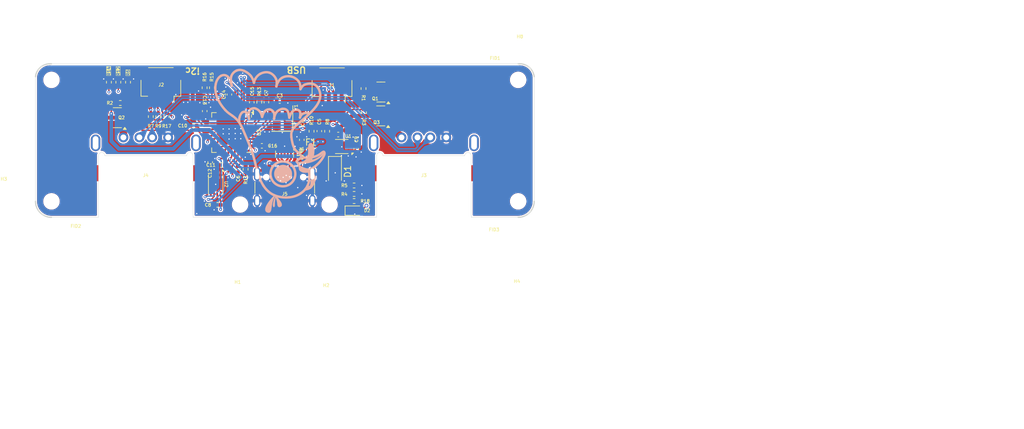
<source format=kicad_pcb>
(kicad_pcb (version 20241229) (generator "pcbnew") (generator_version "9.0")
  (layers (0 "F.Cu" signal) (4 "In1.Cu" signal) (6 "In2.Cu" signal) (2 "B.Cu" signal) (13 "F.Paste" user) (15 "B.Paste" user) (5 "F.SilkS" user "F.Silkscreen") (7 "B.SilkS" user "B.Silkscreen") (1 "F.Mask" user) (3 "B.Mask" user) (25 "Edge.Cuts" user))
  (net 0 "")
  (net 1 "USB1_PWR")
  (net 2 "GND")
  (net 3 "+3V3")
  (net 4 "VBUS")
  (net 5 "SCL{slash}CFG0")
  (net 6 "CFG1")
  (net 7 "SDA")
  (net 8 "USB_DN1_D-")
  (net 9 "USB_DN1_D+")
  (net 10 "USB_DN2_D+")
  (net 11 "USB_DN2_D-")
  (net 12 "USB_DN3_D+")
  (net 13 "USB_DN3_D-")
  (net 14 "USB2_PWR")
  (net 15 "USB3_PWR")
  (net 16 "Net-(U3-XTALIN{slash}CLKIN)")
  (net 17 "Net-(U3-XTALOUT)")
  (net 18 "Net-(U3-VBUS_DET)")
  (net 19 "Net-(U3-RESET_N)")
  (net 20 "Net-(U3-PLLFILT)")
  (net 21 "Net-(U3-CRFILT)")
  (net 22 "Net-(J1-Pin_1)")
  (net 23 "Net-(J4-VBUS)")
  (net 24 "Net-(J3-VBUS)")
  (net 25 "Net-(U3-SUSP_IND{slash}LOCAL_PWR{slash}NON_REM0)")
  (net 26 "Net-(U3-RBIAS)")
  (net 27 "Net-(R15-Pad1)")
  (net 28 "Net-(R16-Pad2)")
  (net 29 "Net-(J5-CC1)")
  (net 30 "USB_UP_D+")
  (net 35 "USB_UP_D-")
  (net 37 "Net-(J5-CC2)")
  (net 41 "Net-(C1-Pad1)")
  (net 42 "Net-(D2-K)")
  (footprint "Capacitor_SMD:C_0402_1005Metric" (layer "F.Cu") (at 124.7396 107.6708 180)
    (property "Reference" "C10")
    (property "Value" "1uF")
  )
  (footprint "MountingHole:MountingHole_2.2mm_M2_ISO14580" (layer "F.Cu") (at 146 120)
    (property "Reference" "H2")
    (property "Value" "MountingHole")
  )
  (footprint "MountingHole:MountingHole_2.2mm_M2_ISO14580" (layer "F.Cu") (at 102.5 100.5)
    (property "Reference" "H7" (hide yes))
    (property "Value" "MountingHole")
  )
  (footprint "Package_SON:USON-10_2.5x1.0mm_P0.5mm" (layer "F.Cu") (at 138.9636 112.1118 -90)
    (property "Reference" "U4")
    (property "Value" "TPD4E05U06DQA")
  )
  (footprint "GCT:GCT_USB1015" (layer "F.Cu") (at 160.75 110.35)
    (property "Reference" "J3")
    (property "Value" "USB_A")
    (fp_line (start -7.4 11.65) (end -7.4 2) (stroke (width 0.05)) (layer "Edge.Cuts"))
    (fp_line (start -6.4 2) (end 6.4 2) (stroke (width 0.05)) (layer "Edge.Cuts"))
    (fp_line (start 7.4 11.65) (end 7.4 2) (stroke (width 0.05)) (layer "Edge.Cuts"))
    (fp_arc (start -7.4 2) (mid -6.9 1.5) (end -6.4 2) (stroke (width 0.05)) (layer "Edge.Cuts"))
    (fp_arc (start 6.4 2) (mid 6.9 1.5) (end 7.4 2) (stroke (width 0.05)) (layer "Edge.Cuts"))
  )
  (footprint "Capacitor_SMD:C_0402_1005Metric" (layer "F.Cu") (at 126.4668 105.3848 90)
    (property "Reference" "C13")
    (property "Value" "1uF")
  )
  (footprint "Connector_JST:JST_SH_SM04B-SRSS-TB_1x04-1MP_P1.00mm_Horizontal" (layer "F.Cu") (at 119.6088 101.27 180)
    (property "Reference" "J2")
    (property "Value" "I2C")
  )
  (footprint "Capacitor_SMD:C_0402_1005Metric" (layer "F.Cu") (at 131.6484 114.478 -90)
    (property "Reference" "C6")
    (property "Value" "1uF")
  )
  (footprint "Resistor_SMD:R_0402_1005Metric" (layer "F.Cu") (at 120.5232 106.2444 90)
    (property "Reference" "R17")
    (property "Value" "100k")
  )
  (footprint "GCT:GCT_USB1015" (layer "F.Cu") (at 117.25 110.35)
    (property "Reference" "J4")
    (property "Value" "USB_A")
    (fp_line (start -7.4 11.65) (end -7.4 2) (stroke (width 0.05)) (layer "Edge.Cuts"))
    (fp_line (start -6.4 2) (end 6.4 2) (stroke (width 0.05)) (layer "Edge.Cuts"))
    (fp_line (start 7.4 11.65) (end 7.4 2) (stroke (width 0.05)) (layer "Edge.Cuts"))
    (fp_arc (start -7.4 2) (mid -6.9 1.5) (end -6.4 2) (stroke (width 0.05)) (layer "Edge.Cuts"))
    (fp_arc (start 6.4 2) (mid 6.9 1.5) (end 7.4 2) (stroke (width 0.05)) (layer "Edge.Cuts"))
  )
  (footprint "Capacitor_SMD:C_0402_1005Metric" (layer "F.Cu") (at 144.3992 108.5116 -90)
    (property "Reference" "C5")
    (property "Value" "1uF")
  )
  (footprint "Capacitor_SMD:C_0402_1005Metric" (layer "F.Cu") (at 133.8328 104.0132 90)
    (property "Reference" "C15")
    (property "Value" "1uF")
  )
  (footprint "Resistor_SMD:R_0402_1005Metric" (layer "F.Cu") (at 149.8348 117.018)
    (property "Reference" "R5")
    (property "Value" "5.1k")
  )
  (footprint "Package_TO_SOT_SMD:SOT-23" (layer "F.Cu") (at 154.0004 106.1273 180)
    (property "Reference" "Q3")
    (property "Value" "PMOS")
  )
  (footprint "Fiducial:Fiducial_0.5mm_Mask1mm" (layer "F.Cu") (at 106.2484 120.7264)
    (property "Reference" "FID2")
    (property "Value" "Fiducial")
  )
  (footprint "Resistor_SMD:R_0402_1005Metric" (layer "F.Cu") (at 145.6184 108.5324 -90)
    (property "Reference" "R8")
    (property "Value" "100k" (hide yes))
  )
  (footprint "Resistor_SMD:R_0402_1005Metric" (layer "F.Cu") (at 151.3839 105.6345 -90)
    (property "Reference" "R3")
    (property "Value" "100k")
  )
  (footprint "Capacitor_SMD:C_0402_1005Metric" (layer "F.Cu") (at 128.4584 120.057 180)
    (property "Reference" "C8")
    (property "Value" "1uF")
  )
  (footprint "Resistor_SMD:R_0402_1005Metric" (layer "F.Cu") (at 149.8348 118.3388)
    (property "Reference" "R4")
    (property "Value" "5.1k")
  )
  (footprint "Resistor_SMD:R_0402_1005Metric" (layer "F.Cu") (at 118.034 106.2424 90)
    (property "Reference" "R7")
    (property "Value" "100k")
  )
  (footprint "Resistor_SMD:R_0402_1005Metric" (layer "F.Cu") (at 143.18 108.5324 -90)
    (property "Reference" "R10")
    (property "Value" "10k")
  )
  (footprint "Resistor_SMD:R_0402_1005Metric" (layer "F.Cu") (at 114.478 100.8636 90)
    (property "Reference" "R6")
    (property "Value" "R")
  )
  (footprint "Fuse:Fuse_1206_3216Metric" (layer "F.Cu") (at 143.0784 112.0904)
    (property "Reference" "F1")
    (property "Value" "ASMD1206-150")
  )
  (footprint "Package_DFN_QFN:DFN-8-1EP_3x2mm_P0.5mm_EP1.7x1.4mm" (layer "F.Cu") (at 128.182 116.838 -90)
    (property "Reference" "U2")
    (property "Value" "24LC04")
  )
  (footprint "Resistor_SMD:R_0402_1005Metric" (layer "F.Cu") (at 151.308 101.8581 90)
    (property "Reference" "R1")
    (property "Value" "100k")
  )
  (footprint "Package_DFN_QFN:DFN-6-1EP_2x2mm_P0.65mm_EP1x1.6mm" (layer "F.Cu") (at 147.9044 110.922 180)
    (property "Reference" "U1")
    (property "Value" "LDL212PV33R" (hide yes))
  )
  (footprint "Resistor_SMD:R_0402_1005Metric" (layer "F.Cu") (at 149.8348 119.4564)
    (property "Reference" "R18")
    (property "Value" "1k")
  )
  (footprint "Resistor_SMD:R_0402_1005Metric" (layer "F.Cu") (at 111.4808 100.8636 90)
    (property "Reference" "R14")
    (property "Value" "100k")
  )
  (footprint "Package_DFN_QFN:QFN-36-1EP_6x6mm_P0.5mm_EP3.7x3.7mm" (layer "F.Cu") (at 130.6724 108.7376 -90)
    (property "Reference" "U3")
    (property "Value" "USB2513B_Bi")
  )
  (footprint "Resistor_SMD:R_0402_1005Metric" (layer "F.Cu") (at 112.954 100.8636 90)
    (property "Reference" "R12")
    (property "Value" "1k")
  )
  (footprint "Resistor_SMD:R_0402_1005Metric" (layer "F.Cu") (at 132.8676 114.478 90)
    (property "Reference" "R11")
    (property "Value" "10k")
  )
  (footprint "Capacitor_SMD:C_0402_1005Metric" (layer "F.Cu") (at 130.3276 102.794 90)
    (property "Reference" "C14")
    (property "Value" "1uF")
  )
  (footprint "Fiducial:Fiducial_0.5mm_Mask1mm" (layer "F.Cu") (at 171.7296 120.4724)
    (property "Reference" "FID3")
    (property "Value" "Fiducial")
  )
  (footprint "Resistor_SMD:R_0402_1005Metric" (layer "F.Cu") (at 126.4541 101.7292 -90)
    (property "Reference" "R16")
    (property "Value" "100k")
  )
  (footprint "Capacitor_SMD:C_0402_1005Metric" (layer "F.Cu") (at 135.4076 110.8204)
    (property "Reference" "C16")
    (property "Value" "1uF")
  )
  (footprint "MountingHole:MountingHole_2.2mm_M2_ISO14580" (layer "F.Cu") (at 102.5 119.5)
    (property "Reference" "H3")
    (property "Value" "MountingHole")
  )
  (footprint "Connector_USB:USB_C_Receptacle_GCT_USB4105-xx-A_16P_TopMnt_Horizontal" (layer "F.Cu") (at 138.989 118.325)
    (property "Reference" "J5")
    (property "Value" "USB_C_Receptacle_USB2.0_16P")
  )
  (footprint "Package_TO_SOT_SMD:SOT-23" (layer "F.Cu") (at 154.0281 102.4017 180)
    (property "Reference" "Q1")
    (property "Value" "PMOS")
  )
  (footprint "Connector_JST:JST_SH_SM04B-SRSS-TB_1x04-1MP_P1.00mm_Horizontal" (layer "F.Cu") (at 146.3804 101.302 180)
    (property "Reference" "J1")
    (property "Value" "USB_Internal")
  )
  (footprint "Capacitor_SMD:C_0402_1005Metric" (layer "F.Cu") (at 141.656 109.878 90)
    (property "Reference" "C1")
    (property "Value" "1uF")
  )
  (footprint "Package_TO_SOT_SMD:SOT-23" (layer "F.Cu") (at 112.8016 106.4149 180)
    (property "Reference" "Q2")
    (property "Value" "PMOS")
  )
  (footprint "Capacitor_SMD:C_0402_1005Metric" (layer "F.Cu") (at 129.1312 113.8176 180)
    (property "Reference" "C11")
    (property "Value" "1uF")
  )
  (footprint "Resistor_SMD:R_0402_1005Metric" (layer "F.Cu") (at 119.2024 106.2464 90)
    (property "Reference" "R9")
    (property "Value" "100k")
  )
  (footprint "Capacitor_SMD:C_0402_1005Metric" (layer "F.Cu") (at 150.1736 111.303 -90)
    (property "Reference" "C9")
    (property "Value" "10uF" (hide yes))
  )
  (footprint "Crystal:Crystal_SMD_Abracon_ABM8G-4Pin_3.2x2.5mm" (layer "F.Cu") (at 138.5944 106.5512 90)
    (property "Reference" "Y1")
    (property "Value" "Crystal_GND24")
  )
  (footprint "Resistor_SMD:R_0402_1005Metric" (layer "F.Cu") (at 127.5971 101.7292 90)
    (property "Reference" "R15")
    (property "Value" "100k")
  )
  (footprint "MountingHole:MountingHole_2.2mm_M2_ISO14580" (layer "F.Cu") (at 132 120)
    (property "Reference" "H1")
    (property "Value" "MountingHole")
  )
  (footprint "Resistor_SMD:R_0402_1005Metric" (layer "F.Cu") (at 113.2608 104.1148)
    (property "Reference" "R2")
    (property "Value" "100k")
  )
  (footprint "MountingHole:MountingHole_2.2mm_M2_ISO14580" (layer "F.Cu") (at 175.5 100.5)
    (property "Reference" "H8")
    (property "Value" "MountingHole")
  )
  (footprint "Capacitor_SMD:C_0402_1005Metric" (layer "F.Cu") (at 127.3304 113.3884 -90)
    (property "Reference" "C12")
    (property "Value" "1uF")
  )
  (footprint "Diode_SMD:D_SMF" (layer "F.Cu") (at 146.8376 114.8336 -90)
    (property "Reference" "D1")
    (property "Value" "SMF6V0A")
  )
  (footprint "Capacitor_SMD:C_0402_1005Metric" (layer "F.Cu") (at 140.8804 107.2624 -90)
    (property "Reference" "C4")
    (property "Value" "18p")
  )
  (footprint "Resistor_SMD:R_0402_1005Metric" (layer "F.Cu") (at 135.0012 104.0112 -90)
    (property "Reference" "R13")
    (property "Value" "12k")
  )
  (footprint "LED_SMD:LED_0603_1608Metric" (layer "F.Cu") (at 149.911 120.955)
    (property "Reference" "D2")
    (property "Value" "LED")
  )
  (footprint "Capacitor_SMD:C_0402_1005Metric" (layer "F.Cu") (at 147.3516 109.0528)
    (property "Reference" "C2" (hide yes))
    (property "Value" "10uF")
  )
  (footprint "MountingHole:MountingHole_2.2mm_M2_ISO14580" (layer "F.Cu") (at 175.5 119.5)
    (property "Reference" "H4")
    (property "Value" "MountingHole")
  )
  (footprint "Fiducial:Fiducial_0.5mm_Mask1mm" (layer "F.Cu") (at 171.882 99.2888)
    (property "Reference" "FID1")
    (property "Value" "Fiducial")
  )
  (footprint "Capacitor_SMD:C_0402_1005Metric" (layer "F.Cu") (at 138.2016 103.808 180)
    (property "Reference" "C3")
    (property "Value" "18p")
  )
  (footprint "Capacitor_SMD:C_0402_1005Metric" (layer "F.Cu") (at 136.1188 104.0132 90)
    (property "Reference" "C7")
    (property "Value" "1uF")
  )
  (gr_poly (pts (xy 167.222457 101.955837) (xy 167.222471 101.955855) (xy 167.222477 101.955865) (xy 167.222483 101.955875) (xy 167.222489 101.955885) (xy 167.222495 101.955895) (xy 167.2225 101.955905) (xy 167.222504 101.955915) (xy 167.222508 101.955925) (xy 167.22251 101.955935) (xy 167.222511 101.95594) (xy 167.222512 101.955945) (xy 167.222512 101.95595) (xy 167.222512 101.955954) (xy 167.222465 101.955903) (xy 167.222433 101.955855) (xy 167.222433 101.955804)) (stroke (width -0.000001)) (fill yes) (layer "F.SilkS"))
  (gr_poly (pts (xy 243.262221 155.159723) (xy 243.262338 155.159728) (xy 243.262401 155.15973) (xy 243.262456 155.159731) (xy 243.262478 155.159731) (xy 243.262494 155.15973) (xy 243.262505 155.159728) (xy 243.262508 155.159727) (xy 243.262509 155.159725) (xy 243.262851 155.159725) (xy 243.262787 155.159783) (xy 243.262724 155.159834) (xy 243.262661 155.159877) (xy 243.262598 155.159914) (xy 243.262535 155.159945) (xy 243.262473 155.159971) (xy 243.26241 155.159991) (xy 243.262347 155.160008) (xy 243.262284 155.16002) (xy 243.26222 155.160029) (xy 243.262156 155.160036) (xy 243.262091 155.160039) (xy 243.261959 155.160043) (xy 243.261822 155.160043) (xy 243.262167 155.159725) (xy 243.262168 155.159724) (xy 243.262171 155.159724) (xy 243.262182 155.159723)) (stroke (width -0.000001)) (fill yes) (layer "F.SilkS"))
  (gr_poly (pts (xy 181.57936 88.005075) (xy 181.579359 88.005075) (xy 181.579359 88.005074) (xy 181.579358 88.005074) (xy 181.579358 88.005073) (xy 181.579358 88.005071) (xy 181.579358 88.00507) (xy 181.579358 88.005068)) (stroke (width -0.000001)) (fill yes) (layer "F.SilkS"))
  (gr_poly (pts (xy 165.620999 101.173977) (xy 165.621001 101.173977) (xy 165.621008 101.173977) (xy 165.621017 101.173977) (xy 165.621026 101.173977) (xy 165.621034 101.173978) (xy 165.621008 101.17399) (xy 165.620969 101.17399)) (stroke (width -0.000001)) (fill yes) (layer "F.SilkS"))
  (gr_poly (pts (xy 207.7468 106.8199) (xy 207.746747 106.8199) (xy 207.746693 106.8199) (xy 207.74664 106.8199) (xy 207.746588 106.8199) (xy 207.746586 106.819901) (xy 207.746584 106.819903) (xy 207.746579 106.819912) (xy 207.746574 106.819925) (xy 207.746567 106.819943) (xy 207.746535 106.820036) (xy 207.746533 106.82004) (xy 207.746301 106.819171) (xy 207.746572 106.819004)) (stroke (width -0.000001)) (fill yes) (layer "F.SilkS"))
  (gr_poly (pts (xy 175.894453 94.199464) (xy 175.894512 94.199467) (xy 175.894543 94.199468) (xy 175.89457 94.199469) (xy 175.894581 94.199469) (xy 175.89459 94.199468) (xy 175.894595 94.199467) (xy 175.894597 94.199466) (xy 175.894768 94.199466) (xy 175.894736 94.199495) (xy 175.894704 94.19952) (xy 175.894673 94.199542) (xy 175.894641 94.19956) (xy 175.89461 94.199576) (xy 175.894579 94.199588) (xy 175.894547 94.199599) (xy 175.894516 94.199607) (xy 175.894484 94.199613) (xy 175.894452 94.199618) (xy 175.89442 94.199621) (xy 175.894388 94.199623) (xy 175.894322 94.199624) (xy 175.894254 94.199624) (xy 175.894426 94.199466) (xy 175.894427 94.199465) (xy 175.894428 94.199465) (xy 175.894433 94.199464)) (stroke (width -0.000001)) (fill yes) (layer "F.SilkS"))
  (gr_poly (pts (xy 254.632034 142.770944) (xy 254.632033 142.770944) (xy 254.632033 142.770943) (xy 254.632032 142.770943) (xy 254.632032 142.770942) (xy 254.632032 142.770941) (xy 254.632032 142.770939) (xy 254.632032 142.770937) (xy 254.632032 142.770934) (xy 254.632032 142.77093)) (stroke (width -0.000001)) (fill yes) (layer "F.SilkS"))
  (gr_poly (pts (xy 168.529195 98.998196) (xy 168.529195 98.998197) (xy 168.529194 98.998197) (xy 168.529193 98.998197)) (stroke (width -0.000001)) (fill yes) (layer "F.SilkS"))
  (gr_poly (pts (xy 170.387512 100.703668) (xy 170.387513 100.703651) (xy 170.387513 100.703641) (xy 170.387513 100.703633) (xy 170.387513 100.70363) (xy 170.387513 100.703627) (xy 170.387513 100.703626) (xy 170.387513 100.703625) (xy 170.387513 100.703574) (xy 170.387521 100.703583) (xy 170.387529 100.703593) (xy 170.387535 100.703602) (xy 170.387541 100.703612) (xy 170.387545 100.703621) (xy 170.387549 100.703631) (xy 170.387552 100.70364) (xy 170.387555 100.70365) (xy 170.387557 100.703659) (xy 170.387558 100.703669) (xy 170.387559 100.703678) (xy 170.38756 100.703688) (xy 170.38756 100.703708) (xy 170.38756 100.703728) (xy 170.387513 100.703676) (xy 170.387512 100.703676) (xy 170.387512 100.703674)) (stroke (width -0.000001)) (fill yes) (layer "F.SilkS"))
  (gr_curve (pts (xy 141.359129 106.404673) (xy 141.450076 106.188129) (xy 141.54102 105.97159) (xy 141.74549 105.836531)) (stroke (width 0.374999) (color 0 255 0 1)) (layer "B.SilkS"))
  (gr_curve (pts (xy 129.015704 99.867538) (xy 128.645331 100.070551) (xy 128.325497 100.531146) (xy 128.194 101.143)) (stroke (width 0.374999) (color 0 255 0 1)) (layer "B.SilkS"))
  (gr_curve (pts (xy 132.740203 108.963854) (xy 133.039475 109.67072) (xy 133.387786 110.463254) (xy 133.64489 111.132149)) (stroke (width 0.374999) (color 0 255 0 1)) (layer "B.SilkS"))
  (gr_curve (pts (xy 141.66538 114.928593) (xy 141.49347 114.861654) (xy 141.356596 114.767941) (xy 141.279675 114.663296)) (stroke (width 0.007499) (color 0 255 0 1)) (layer "B.SilkS"))
  (gr_curve (pts (xy 137.330657 118.531193) (xy 138.042539 118.843827) (xy 138.913805 118.938613) (xy 139.6451 118.875096)) (stroke (width 0.374999) (color 0 255 0 1)) (layer "B.SilkS"))
  (gr_curve (pts (xy 135.06466 105.425921) (xy 134.857392 105.174815) (xy 134.529065 104.976977) (xy 134.243516 104.942599)) (stroke (width 0.374999) (color 0 255 0 1)) (layer "B.SilkS"))
  (gr_curve (pts (xy 137.857462 100.987483) (xy 137.733331 101.23931) (xy 137.706402 101.381414) (xy 137.679472 101.523526)) (stroke (width 0.374999) (color 0 255 0 1)) (layer "B.SilkS"))
  (gr_poly (pts (xy 142.006348 113.391342) (xy 141.987195 113.39016) (xy 141.969212 113.388225) (xy 141.952321 113.385573) (xy 141.936443 113.382235) (xy 141.921501 113.378246) (xy 141.907449 113.373635) (xy 141.894382 113.368414) (xy 141.888258 113.365578) (xy 141.882428 113.362591) (xy 141.876909 113.359456) (xy 141.871716 113.356173) (xy 141.866865 113.352743) (xy 141.862372 113.349167) (xy 141.858254 113.345447) (xy 141.854527 113.341582) (xy 141.851206 113.337574) (xy 141.848307 113.333424) (xy 141.845848 113.329132) (xy 141.843842 113.3247) (xy 141.842307 113.320129) (xy 141.841259 113.315419) (xy 141.840714 113.310572) (xy 141.840687 113.305588) (xy 141.841195 113.300468) (xy 141.842254 113.295214) (xy 141.843879 113.289826) (xy 141.846088 113.284305) (xy 141.848895 113.278652) (xy 141.852317 113.272868) (xy 141.85637 113.266954) (xy 141.861069 113.260911) (xy 141.866432 113.254739) (xy 141.872474 113.24844) (xy 141.879211 113.242015) (xy 141.886659 113.235465) (xy 141.903686 113.221969) (xy 141.923358 113.207851) (xy 141.969583 113.17725) (xy 142.023227 113.142664) (xy 142.082185 113.103099) (xy 142.112998 113.081137) (xy 142.14435 113.057557) (xy 142.175977 113.032233) (xy 142.207616 113.005042) (xy 142.239003 112.975859) (xy 142.269876 112.94456) (xy 142.299971 112.911019) (xy 142.329026 112.875112) (xy 142.356818 112.836761) (xy 142.383304 112.796066) (xy 142.408479 112.753173) (xy 142.432343 112.708226) (xy 142.454891 112.661373) (xy 142.476122 112.612759) (xy 142.496034 112.562528) (xy 142.514623 112.510828) (xy 142.531887 112.457803) (xy 142.547825 112.403598) (xy 142.562432 112.348361) (xy 142.575708 112.292235) (xy 142.587649 112.235368) (xy 142.598253 112.177903) (xy 142.607517 112.119988) (xy 142.615439 112.061768) (xy 142.622036 112.003381) (xy 142.6274 111.944944) (xy 142.634874 111.828351) (xy 142.638752 111.712855) (xy 142.639927 111.599321) (xy 142.635413 111.182133) (xy 142.636314 111.091245) (xy 142.639118 111.006557) (xy 142.64128 110.966509) (xy 142.643973 110.927975) (xy 142.647217 110.890944) (xy 142.65103 110.855404) (xy 142.65543 110.821343) (xy 142.660436 110.78875) (xy 142.666068 110.757611) (xy 142.672343 110.727917) (xy 142.67928 110.699654) (xy 142.686899 110.67281) (xy 142.695217 110.647375) (xy 142.704254 110.623336) (xy 142.714016 110.600677) (xy 142.724465 110.579369) (xy 142.735551 110.559377) (xy 142.747226 110.540666) (xy 142.759438 110.523203) (xy 142.772137 110.506952) (xy 142.785276 110.491881) (xy 142.798802 110.477954) (xy 142.812667 110.465138) (xy 142.826821 110.453398) (xy 142.841214 110.442701) (xy 142.855796 110.43301) (xy 142.870518 110.424294) (xy 142.885329 110.416516) (xy 142.90018 110.409644) (xy 142.915021 110.403642) (xy 142.929807 110.398476) (xy 142.944514 110.394101) (xy 142.959121 110.390475) (xy 142.973608 110.387553) (xy 142.987956 110.385291) (xy 143.002145 110.383645) (xy 143.016155 110.38257) (xy 143.029965 110.382022) (xy 143.043556 110.381957) (xy 143.056908 110.382331) (xy 143.070002 110.3831) (xy 143.082816 110.384219) (xy 143.095332 110.385644) (xy 143.107529 110.387332) (xy 143.130888 110.391316) (xy 143.142023 110.393543) (xy 143.152836 110.395971) (xy 143.163385 110.398671) (xy 143.173728 110.401713) (xy 143.183921 110.405168) (xy 143.194022 110.409107) (xy 143.204089 110.413602) (xy 143.214177 110.418723) (xy 143.224346 110.424541) (xy 143.234651 110.431127) (xy 143.245151 110.438553) (xy 143.255902 110.446888) (xy 143.266962 110.456205) (xy 143.278388 110.466573) (xy 143.290237 110.478065) (xy 143.302567 110.49075) (xy 143.328728 110.519942) (xy 143.356476 110.554497) (xy 143.370771 110.573881) (xy 143.385251 110.594719) (xy 143.399847 110.61705) (xy 143.414488 110.640912) (xy 143.429104 110.666343) (xy 143.443626 110.69338) (xy 143.457981 110.722062) (xy 143.472101 110.752426) (xy 143.485915 110.784511) (xy 143.499352 110.818355) (xy 143.512342 110.853996) (xy 143.524816 110.891471) (xy 143.547986 110.971909) (xy 143.568587 111.059138) (xy 143.586399 111.152462) (xy 143.601202 111.251184) (xy 143.612779 111.354608) (xy 143.620909 111.462035) (xy 143.625374 111.57277) (xy 143.625956 111.686116) (xy 143.622466 111.801277) (xy 143.614848 111.917075) (xy 143.603077 112.032234) (xy 143.595626 112.089176) (xy 143.587128 112.145481) (xy 143.577579 112.200988) (xy 143.566975 112.25554) (xy 143.555315 112.308976) (xy 143.542595 112.361138) (xy 143.528812 112.411866) (xy 143.513962 112.461) (xy 143.498042 112.508382) (xy 143.48105 112.553853) (xy 143.462976 112.597294) (xy 143.443779 112.638758) (xy 143.423415 112.678341) (xy 143.401837 112.716138) (xy 143.379 112.752245) (xy 143.354856 112.786756) (xy 143.32936 112.819766) (xy 143.302467 112.851372) (xy 143.274129 112.881667) (xy 143.244301 112.910748) (xy 143.212937 112.93871) (xy 143.17999 112.965648) (xy 143.145415 112.991658) (xy 143.109165 113.016833) (xy 143.071195 113.041271) (xy 143.031458 113.065066) (xy 143.031458 113.065067) (xy 142.989957 113.088292) (xy 142.946889 113.11093) (xy 142.902498 113.132945) (xy 142.857031 113.154299) (xy 142.763848 113.194868) (xy 142.6693 113.232335) (xy 142.575349 113.266396) (xy 142.483958 113.296747) (xy 142.397088 113.323084) (xy 142.316701 113.345104) (xy 142.279498 113.354412) (xy 142.244328 113.362598) (xy 142.211113 113.369697) (xy 142.179774 113.37574) (xy 142.150233 113.380763) (xy 142.122412 113.384798) (xy 142.096231 113.38788) (xy 142.071612 113.390042) (xy 142.048478 113.391317) (xy 142.026749 113.391739)) (stroke (width 0.007499) (color 0 255 0 1)) (fill yes) (layer "B.SilkS"))
  (gr_line (start 135.444294 106.285736) (end 135.444295 106.285735) (stroke (width 0.374999)) (layer "B.SilkS"))
  (gr_line (start 142.203725 117.623331) (end 142.903949 117.237) (stroke (width 0.387817)) (layer "B.SilkS"))
  (gr_curve (pts (xy 143.208459 114.446479) (xy 143.279162 114.498007) (xy 143.349875 114.549541) (xy 143.325425 114.632532)) (stroke (width 0.007499) (color 0 255 0 1)) (layer "B.SilkS"))
  (gr_curve (pts (xy 141.279675 114.663296) (xy 141.202755 114.55865) (xy 141.185822 114.44311) (xy 141.178418 114.341993)) (stroke (width 0.007499) (color 0 255 0 1)) (layer "B.SilkS"))
  (gr_curve (pts (xy 139.400672 105.327206) (xy 139.217961 105.075661) (xy 138.907407 104.986331) (xy 138.573214 105.044329)) (stroke (width 0.374999) (color 0 255 0 1)) (layer "B.SilkS"))
  (gr_poly (pts (xy 136.449157 121.274026) (xy 136.42572 121.272764) (xy 136.401957 121.270601) (xy 136.377892 121.267598) (xy 136.353551 121.263817) (xy 136.328973 121.259297) (xy 136.304251 121.253989) (xy 136.279493 121.247822) (xy 136.254805 121.240727) (xy 136.230294 121.232631) (xy 136.206068 121.223463) (xy 136.182232 121.213154) (xy 136.158894 121.201631) (xy 136.136161 121.188825) (xy 136.114139 121.174664) (xy 136.092935 121.159077) (xy 136.072657 121.141994) (xy 136.053412 121.123343) (xy 136.035305 121.103054) (xy 136.018444 121.081055) (xy 136.002936 121.057277) (xy 135.988878 121.031667) (xy 135.97633 121.004256) (xy 135.965344 120.97509) (xy 135.955968 120.944219) (xy 135.948255 120.91169) (xy 135.942255 120.877551) (xy 135.938019 120.841852) (xy 135.935596 120.804639) (xy 135.935039 120.765962) (xy 135.936398 120.725868) (xy 135.939723 120.684405) (xy 135.945065 120.641622) (xy 135.952475 120.597567) (xy 135.962004 120.552289) (xy 135.973702 120.505834) (xy 135.987619 120.458252) (xy 136.003782 120.409598) (xy 136.02211 120.359958) (xy 136.042499 120.309421) (xy 136.064845 120.258082) (xy 136.089042 120.20603) (xy 136.114988 120.153359) (xy 136.142576 120.100159) (xy 136.171702 120.046523) (xy 136.234152 119.938309) (xy 136.301499 119.82945) (xy 136.372909 119.720681) (xy 136.447544 119.612736) (xy 136.524563 119.506354) (xy 136.603116 119.402292) (xy 136.682349 119.301305) (xy 136.761408 119.204152) (xy 136.83944 119.11159) (xy 136.91559 119.024378) (xy 136.989007 118.943271) (xy 137.058836 118.869029) (xy 137.124336 118.80224) (xy 137.18522 118.742813) (xy 137.241316 118.69049) (xy 137.29245 118.645009) (xy 137.338448 118.60611) (xy 137.379139 118.573534) (xy 137.414348 118.547021) (xy 137.443902 118.52631) (xy 137.456501 118.518081) (xy 137.467602 118.511393) (xy 137.472577 118.508676) (xy 137.477161 118.506403) (xy 137.48135 118.504594) (xy 137.485137 118.503267) (xy 137.488518 118.502442) (xy 137.491488 118.502139) (xy 137.49404 118.502377) (xy 137.495159 118.502705) (xy 137.496171 118.503176) (xy 137.497076 118.503792) (xy 137.497874 118.504555) (xy 137.498563 118.505468) (xy 137.499144 118.506533) (xy 137.499976 118.509131) (xy 137.500365 118.512367) (xy 137.500305 118.51626) (xy 137.499791 118.520832) (xy 137.498819 118.5261) (xy 137.497382 118.532084) (xy 137.495475 118.538805) (xy 137.493093 118.54628) (xy 137.490231 118.55453) (xy 137.486884 118.563575) (xy 137.478711 118.584124) (xy 137.468533 118.608084) (xy 137.456308 118.635609) (xy 137.441993 118.666857) (xy 137.441995 118.666857) (xy 137.365954 118.828588) (xy 137.319855 118.929108) (xy 137.270883 119.040805) (xy 137.220926 119.162236) (xy 137.196166 119.226152) (xy 137.171868 119.291959) (xy 137.148266 119.359478) (xy 137.125595 119.428529) (xy 137.104093 119.498931) (xy 137.083994 119.570504) (xy 137.065475 119.643053) (xy 137.04847 119.71633) (xy 137.018505 119.864018) (xy 136.993099 120.011472) (xy 136.971254 120.156599) (xy 136.934249 120.431482) (xy 136.91709 120.557048) (xy 136.899495 120.671903) (xy 136.89024 120.724718) (xy 136.880607 120.774424) (xy 136.870577 120.821115) (xy 136.860133 120.864886) (xy 136.849255 120.905829) (xy 136.837925 120.94404) (xy 136.826124 120.979611) (xy 136.813833 121.012638) (xy 136.801034 121.043214) (xy 136.787708 121.071432) (xy 136.773836 121.097388) (xy 136.7594 121.121174) (xy 136.74438 121.142886) (xy 136.728759 121.162616) (xy 136.712518 121.180459) (xy 136.695637 121.196508) (xy 136.686952 121.203889) (xy 136.678106 121.210853) (xy 136.659943 121.223559) (xy 136.641174 121.234689) (xy 136.621824 121.244302) (xy 136.601919 121.252462) (xy 136.581483 121.259229) (xy 136.560542 121.264665) (xy 136.539123 121.268831) (xy 136.517249 121.271789) (xy 136.494946 121.2736) (xy 136.47224 121.274325)) (stroke (width 0.018265) (color 0 255 0 1)) (fill yes) (layer "B.SilkS"))
  (gr_curve (pts (xy 141.74549 105.836531) (xy 141.949959 105.701473) (xy 142.267934 105.647905) (xy 142.45133 105.670554)) (stroke (width 0.374999) (color 0 255 0 1)) (layer "B.SilkS"))
  (gr_curve (pts (xy 130.784941 106.102848) (xy 131.141667 106.354159) (xy 131.541068 106.684381) (xy 131.865887 107.160091)) (stroke (width 0.374999) (color 0 255 0 1)) (layer "B.SilkS"))
  (gr_curve (pts (xy 142.986457 114.909047) (xy 142.791528 114.98817) (xy 142.52132 115.031983) (xy 142.282742 115.033823)) (stroke (width 0.007499) (color 0 255 0 1)) (layer "B.SilkS"))
  (gr_curve (pts (xy 139.693074 106.406237) (xy 139.638228 105.99249) (xy 139.583383 105.578751) (xy 139.400672 105.327206)) (stroke (width 0.374999) (color 0 255 0 1)) (layer "B.SilkS"))
  (gr_poly (pts (xy 138.654094 116.590313) (xy 138.583204 116.584923) (xy 138.513344 116.576045) (xy 138.444603 116.56377) (xy 138.377068 116.548183) (xy 138.310827 116.529372) (xy 138.245968 116.507426) (xy 138.182577 116.482432) (xy 138.120744 116.454478) (xy 138.060555 116.423651) (xy 138.002099 116.390039) (xy 137.945463 116.353731) (xy 137.890734 116.314812) (xy 137.838001 116.273372) (xy 137.787351 116.229498) (xy 137.738872 116.183278) (xy 137.692652 116.134799) (xy 137.648778 116.084149) (xy 137.607338 116.031416) (xy 137.56842 115.976688) (xy 137.532111 115.920051) (xy 137.498499 115.861595) (xy 137.467673 115.801406) (xy 137.439718 115.739573) (xy 137.414724 115.676183) (xy 137.392778 115.611323) (xy 137.373968 115.545082) (xy 137.358381 115.477547) (xy 137.346105 115.408806) (xy 137.337228 115.338947) (xy 137.331838 115.268056) (xy 137.330021 115.196223) (xy 137.331838 115.12439) (xy 137.337228 115.0535) (xy 137.346105 114.983641) (xy 137.358381 114.914899) (xy 137.373968 114.847365) (xy 137.392778 114.781123) (xy 137.414724 114.716264) (xy 137.439718 114.652874) (xy 137.467673 114.59104) (xy 137.498499 114.530851) (xy 137.532111 114.472395) (xy 137.56842 114.415759) (xy 137.607338 114.36103) (xy 137.648778 114.308297) (xy 137.692652 114.257647) (xy 137.738872 114.209168) (xy 137.787351 114.162948) (xy 137.838001 114.119074) (xy 137.890734 114.077634) (xy 137.945463 114.038716) (xy 138.002099 114.002407) (xy 138.060555 113.968795) (xy 138.120744 113.937968) (xy 138.182577 113.910014) (xy 138.245968 113.88502) (xy 138.310827 113.863074) (xy 138.377068 113.844264) (xy 138.444603 113.828677) (xy 138.513344 113.816401) (xy 138.583204 113.807524) (xy 138.654094 113.802133) (xy 138.725927 113.800317) (xy 138.79776 113.802133) (xy 138.86865 113.807524) (xy 138.93851 113.816401) (xy 139.007251 113.828677) (xy 139.074786 113.844264) (xy 139.141027 113.863074) (xy 139.205886 113.88502) (xy 139.269277 113.910014) (xy 139.33111 113.937968) (xy 139.391299 113.968795) (xy 139.449755 114.002407) (xy 139.506391 114.038716) (xy 139.56112 114.077634) (xy 139.613853 114.119074) (xy 139.664503 114.162948) (xy 139.712982 114.209168) (xy 139.759202 114.257647) (xy 139.803076 114.308297) (xy 139.844516 114.36103) (xy 139.883434 114.415759) (xy 139.919743 114.472395) (xy 139.953355 114.530851) (xy 139.984182 114.59104) (xy 140.012136 114.652874) (xy 140.03713 114.716264) (xy 140.059076 114.781123) (xy 140.077886 114.847365) (xy 140.093473 114.914899) (xy 140.105749 114.983641) (xy 140.114626 115.0535) (xy 140.120017 115.12439) (xy 140.121833 115.196223) (xy 140.120017 115.268056) (xy 140.114626 115.338947) (xy 140.105749 115.408806) (xy 140.093473 115.477547) (xy 140.077886 115.545082) (xy 140.059076 115.611323) (xy 140.03713 115.676183) (xy 140.012136 115.739573) (xy 139.984182 115.801406) (xy 139.953355 115.861595) (xy 139.919743 115.920051) (xy 139.883434 115.976688) (xy 139.844516 116.031416) (xy 139.803076 116.084149) (xy 139.759202 116.134799) (xy 139.712982 116.183278) (xy 139.664503 116.229498) (xy 139.613853 116.273372) (xy 139.56112 116.314812) (xy 139.506391 116.353731) (xy 139.449755 116.390039) (xy 139.391299 116.423651) (xy 139.33111 116.454478) (xy 139.269277 116.482432) (xy 139.205886 116.507426) (xy 139.141027 116.529372) (xy 139.074786 116.548183) (xy 139.007251 116.56377) (xy 138.93851 116.576045) (xy 138.86865 116.584923) (xy 138.79776 116.590313) (xy 138.725927 116.592129)) (stroke (width 0.019169) (color 0 255 0 1)) (fill yes) (layer "B.SilkS"))
  (gr_poly (pts (xy 138.144997 120.397741) (xy 138.124196 120.396538) (xy 138.104096 120.394173) (xy 138.084697 120.390651) (xy 138.066001 120.385974) (xy 138.048009 120.380147) (xy 138.030722 120.373171) (xy 138.01414 120.365051) (xy 137.998266 120.35579) (xy 137.983099 120.34539) (xy 137.968642 120.333855) (xy 137.954895 120.321188) (xy 137.941859 120.307393) (xy 137.929535 120.292472) (xy 137.917924 120.276429) (xy 137.907028 120.259267) (xy 137.896847 120.240989) (xy 137.887376 120.22161) (xy 137.878583 120.201191) (xy 137.870429 120.179802) (xy 137.862876 120.157517) (xy 137.855886 120.134406) (xy 137.849421 120.110541) (xy 137.843441 120.085994) (xy 137.837909 120.060836) (xy 137.828034 120.008976) (xy 137.81949 119.955533) (xy 137.811968 119.90108) (xy 137.805163 119.846192) (xy 137.792081 119.735782) (xy 137.784651 119.679178) (xy 137.775826 119.620785) (xy 137.765006 119.55996) (xy 137.751588 119.496061) (xy 137.743718 119.462758) (xy 137.734972 119.428444) (xy 137.725277 119.393041) (xy 137.714557 119.356468) (xy 137.690095 119.279932) (xy 137.662755 119.200404) (xy 137.605532 119.040413) (xy 137.578693 118.963967) (xy 137.555064 118.892566) (xy 137.536168 118.82822) (xy 137.528971 118.79932) (xy 137.523527 118.772937) (xy 137.52152 118.760765) (xy 137.520009 118.7493) (xy 137.519001 118.738556) (xy 137.518508 118.728549) (xy 137.518537 118.719293) (xy 137.519099 118.710804) (xy 137.520201 118.703095) (xy 137.521854 118.696182) (xy 137.524067 118.690079) (xy 137.526849 118.684802) (xy 137.530208 118.680365) (xy 137.534155 118.676783) (xy 137.538699 118.674071) (xy 137.543848 118.672244) (xy 137.549611 118.671316) (xy 137.555999 118.671302) (xy 137.56302 118.672217) (xy 137.570683 118.674077) (xy 137.578998 118.676895) (xy 137.587974 118.680687) (xy 137.59762 118.685467) (xy 137.607945 118.69125) (xy 137.618958 118.698052) (xy 137.630669 118.705886) (xy 137.643086 118.714768) (xy 137.65622 118.724712) (xy 137.670078 118.735734) (xy 137.684671 118.747848) (xy 137.700008 118.761069) (xy 137.716097 118.775412) (xy 137.732949 118.790891) (xy 137.750571 118.807522) (xy 137.828263 118.885116) (xy 137.914876 118.977874) (xy 138.006844 119.082301) (xy 138.100603 119.194899) (xy 138.147041 119.25317) (xy 138.19259 119.312172) (xy 138.236804 119.371469) (xy 138.279238 119.430623) (xy 138.319447 119.489198) (xy 138.356985 119.546756) (xy 138.391406 119.60286) (xy 138.422265 119.657073) (xy 138.449217 119.709038) (xy 138.472318 119.75872) (xy 138.491728 119.806162) (xy 138.507604 119.85141) (xy 138.520104 119.894508) (xy 138.529388 119.935501) (xy 138.535614 119.974435) (xy 138.538939 120.011353) (xy 138.539522 120.046301) (xy 138.537521 120.079323) (xy 138.533095 120.110465) (xy 138.526402 120.13977) (xy 138.5176 120.167285) (xy 138.506847 120.193052) (xy 138.494303 120.217118) (xy 138.480124 120.239527) (xy 138.472471 120.250124) (xy 138.464467 120.260321) (xy 138.456127 120.270122) (xy 138.44747 120.27953) (xy 138.438512 120.288549) (xy 138.42927 120.297182) (xy 138.419761 120.305433) (xy 138.410003 120.313305) (xy 138.389804 120.327928) (xy 138.368809 120.341077) (xy 138.347155 120.352782) (xy 138.324977 120.363071) (xy 138.302411 120.37197) (xy 138.279593 120.379509) (xy 138.256658 120.385716) (xy 138.233743 120.390618) (xy 138.210984 120.394243) (xy 138.188516 120.39662) (xy 138.166475 120.397777)) (stroke (width 0.018265) (color 0 255 0 1)) (fill yes) (layer "B.SilkS"))
  (gr_curve (pts (xy 137.620746 100.355372) (xy 137.449037 99.949425) (xy 137.049151 99.518669) (xy 136.572065 99.365958)) (stroke (width 0.374999) (color 0 255 0 1)) (layer "B.SilkS"))
  (gr_poly (pts (xy 142.238381 115.03368) (xy 142.194768 115.032575) (xy 142.151907 115.030531) (xy 142.109804 115.02757) (xy 142.068463 115.023714) (xy 142.027889 115.018986) (xy 141.988087 115.013407) (xy 141.949061 115.006999) (xy 141.910816 114.999786) (xy 141.873357 114.991789) (xy 141.83669 114.983031) (xy 141.800817 114.973533) (xy 141.765746 114.963318) (xy 141.731479 114.952408) (xy 141.66538 114.928593) (xy 141.633563 114.915732) (xy 141.602605 114.902267) (xy 141.57254 114.88822) (xy 141.543406 114.873616) (xy 141.515239 114.858477) (xy 141.488076 114.842827) (xy 141.461953 114.826688) (xy 141.436906 114.810084) (xy 141.412973 114.793039) (xy 141.39019 114.775574) (xy 141.368592 114.757714) (xy 141.348218 114.739482) (xy 141.329102 114.720901) (xy 141.311282 114.701994) (xy 141.294794 114.682785) (xy 141.279675 114.663296) (xy 141.265943 114.643553) (xy 141.253544 114.623593) (xy 141.242402 114.603451) (xy 141.232444 114.583165) (xy 141.223597 114.562772) (xy 141.215786 114.542309) (xy 141.208938 114.521813) (xy 141.202978 114.501321) (xy 141.197833 114.480871) (xy 141.193428 114.4605) (xy 141.189691 114.440243) (xy 141.186546 114.42014) (xy 141.181739 114.380539) (xy 141.178418 114.341993) (xy 141.176071 114.304764) (xy 141.174518 114.268965) (xy 141.173658 114.234673) (xy 141.173391 114.201968) (xy 141.173618 114.170925) (xy 141.174238 114.141623) (xy 141.176257 114.088549) (xy 141.177531 114.064919) (xy 141.179247 114.04326) (xy 141.18038 114.033168) (xy 141.181754 114.023568) (xy 141.183412 114.014459) (xy 141.185399 114.005841) (xy 141.187759 113.997712) (xy 141.190533 113.990074) (xy 141.193767 113.982925) (xy 141.197504 113.976265) (xy 141.201787 113.970094) (xy 141.20666 113.964411) (xy 141.212166 113.959216) (xy 141.21835 113.954509) (xy 141.221709 113.952338) (xy 141.225253 113.950295) (xy 141.228986 113.948383) (xy 141.232913 113.946607) (xy 141.237037 113.944973) (xy 141.241365 113.943484) (xy 141.2459 113.942146) (xy 141.250646 113.940964) (xy 141.255608 113.939943) (xy 141.260791 113.939087) (xy 141.271837 113.937891) (xy 141.283818 113.937416) (xy 141.296772 113.937699) (xy 141.310734 113.93878) (xy 141.325739 113.940698) (xy 141.341824 113.943491) (xy 141.359025 113.947198) (xy 141.377376 113.951859) (xy 141.396916 113.957512) (xy 141.417678 113.964195) (xy 141.439699 113.971949) (xy 141.487557 113.990649) (xy 141.540259 114.013074) (xy 141.658881 114.066273) (xy 141.724143 114.095633) (xy 141.792935 114.125892) (xy 141.864926 114.156342) (xy 141.939788 114.186279) (xy 142.01712 114.21506) (xy 142.096248 114.242317) (xy 142.176431 114.267754) (xy 142.256932 114.29107) (xy 142.337011 114.311968) (xy 142.415928 114.330149) (xy 142.492947 114.345315) (xy 142.567326 114.357168) (xy 142.603305 114.361778) (xy 142.638407 114.365572) (xy 142.705856 114.37105) (xy 142.769428 114.374289) (xy 142.828872 114.375976) (xy 142.93439 114.37744) (xy 142.979968 114.378592) (xy 143.020428 114.380938) (xy 143.03868 114.382755) (xy 143.055674 114.385013) (xy 143.071493 114.387683) (xy 143.086222 114.390735) (xy 143.099945 114.39414) (xy 143.112745 114.397868) (xy 143.124706 114.40189) (xy 143.135912 114.406177) (xy 143.146448 114.4107) (xy 143.156396 114.415428) (xy 143.165842 114.420334) (xy 143.174868 114.425386) (xy 143.191999 114.435814) (xy 143.20846 114.446479) (xy 143.208459 114.446479) (xy 143.234787 114.465864) (xy 143.247603 114.475671) (xy 143.260001 114.485618) (xy 143.271842 114.495748) (xy 143.282985 114.506109) (xy 143.293293 114.516747) (xy 143.302624 114.527707) (xy 143.306881 114.533322) (xy 143.310841 114.539036) (xy 143.314488 114.544853) (xy 143.317803 114.550779) (xy 143.32077 114.556821) (xy 143.323371 114.562984) (xy 143.325589 114.569273) (xy 143.327406 114.575695) (xy 143.328805 114.582256) (xy 143.329768 114.58896) (xy 143.330279 114.595814) (xy 143.330319 114.602823) (xy 143.32987 114.609994) (xy 143.328917 114.617332) (xy 143.327441 114.624843) (xy 143.325425 114.632532) (xy 143.322854 114.640402) (xy 143.31973 114.648444) (xy 143.316056 114.656646) (xy 143.311835 114.664995) (xy 143.307071 114.67348) (xy 143.301768 114.682087) (xy 143.289558 114.699622) (xy 143.275234 114.717503) (xy 143.258826 114.735631) (xy 143.240361 114.753909) (xy 143.21987 114.77224) (xy 143.197381 114.790525) (xy 143.172924 114.808667) (xy 143.146526 114.826569) (xy 143.118218 114.844132) (xy 143.088028 114.861259) (xy 143.055985 114.877852) (xy 143.022118 114.893814) (xy 142.986457 114.909047) (xy 142.949052 114.923467) (xy 142.910039 114.93705) (xy 142.869575 114.949786) (xy 142.827816 114.961664) (xy 142.784919 114.972677) (xy 142.741041 114.982813) (xy 142.696339 114.992062) (xy 142.650968 115.000416) (xy 142.605086 115.007864) (xy 142.558848 115.014397) (xy 142.512413 115.020005) (xy 142.465936 115.024677) (xy 142.419573 115.028405) (xy 142.373483 115.031179) (xy 142.32782 115.032988) (xy 142.282742 115.033823)) (fill yes) (layer "B.SilkS"))
  (gr_curve (pts (xy 141.207063 100.810744) (xy 140.983141 100.449889) (xy 140.542087 100.114072) (xy 140.042088 99.985217)) (stroke (width 0.374999) (color 0 255 0 1)) (layer "B.SilkS"))
  (gr_curve (pts (xy 141.332311 107.133139) (xy 141.717692 106.801013) (xy 142.048929 106.519095) (xy 142.485684 106.124057)) (stroke (width 0.374999) (color 0 255 0 1)) (layer "B.SilkS"))
  (gr_curve (pts (xy 130.612371 99.9733) (xy 130.490087 100.398898) (xy 130.593933 100.9005) (xy 130.697781 101.402116)) (stroke (width 0.374999) (color 0 255 0 1)) (layer "B.SilkS"))
  (gr_curve (pts (xy 144.54328 103.070264) (xy 144.581236 102.549365) (xy 144.407985 102.068367) (xy 144.173716 101.72319)) (stroke (width 0.374999) (color 0 255 0 1)) (layer "B.SilkS"))
  (gr_curve (pts (xy 141.451256 118.271663) (xy 141.934882 117.953561) (xy 142.310841 117.539207) (xy 142.538195 117.078158)) (stroke (width 0.374999) (color 0 255 0 1)) (layer "B.SilkS"))
  (gr_curve (pts (xy 133.560876 105.202184) (xy 133.406528 105.367057) (xy 133.340582 105.567701) (xy 133.328421 105.803438)) (stroke (width 0.374999) (color 0 255 0 1)) (layer "B.SilkS"))
  (gr_curve (pts (xy 131.865887 107.160091) (xy 132.190706 107.635801) (xy 132.440933 108.256988) (xy 132.740203 108.963854)) (stroke (width 0.374999) (color 0 255 0 1)) (layer "B.SilkS"))
  (gr_curve (pts (xy 140.042088 99.985217) (xy 139.542088 99.856362) (xy 138.983183 99.934467) (xy 138.593049 100.154298)) (stroke (width 0.374999) (color 0 255 0 1)) (layer "B.SilkS"))
  (gr_poly (pts (xy 142.333622 114.539694) (xy 142.280845 114.536028) (xy 142.228063 114.530999) (xy 142.175486 114.524511) (xy 142.123325 114.516467) (xy 142.071769 114.506793) (xy 142.020924 114.4955) (xy 141.970871 114.482618) (xy 141.921694 114.468178) (xy 141.873476 114.452212) (xy 141.826301 114.434749) (xy 141.780249 114.415822) (xy 141.735406 114.39546) (xy 141.691854 114.373696) (xy 141.649675 114.350559) (xy 141.608953 114.326082) (xy 141.569771 114.300294) (xy 141.532211 114.273227) (xy 141.496357 114.244911) (xy 141.462292 114.215378) (xy 141.430098 114.184659) (xy 141.399825 114.152807) (xy 141.371387 114.119962) (xy 141.344664 114.086287) (xy 141.319534 114.051944) (xy 141.295878 114.017095) (xy 141.273575 113.981902) (xy 141.252504 113.946527) (xy 141.232544 113.911133) (xy 141.195478 113.840932) (xy 141.161411 113.772596) (xy 141.129379 113.707422) (xy 141.098419 113.646706) (xy 141.083059 113.618383) (xy 141.067724 113.591411) (xy 141.052413 113.565698) (xy 141.037124 113.541155) (xy 141.021856 113.517692) (xy 141.006606 113.495219) (xy 140.991373 113.473646) (xy 140.976156 113.452883) (xy 140.960952 113.432839) (xy 140.945759 113.413426) (xy 140.915403 113.376128) (xy 140.885074 113.34027) (xy 140.854759 113.305131) (xy 140.854758 113.305132) (xy 140.851467 113.300617) (xy 140.848268 113.296028) (xy 140.846732 113.293681) (xy 140.845253 113.291287) (xy 140.843844 113.288837) (xy 140.842515 113.28632) (xy 140.841279 113.283728) (xy 140.840146 113.28105) (xy 140.839128 113.278278) (xy 140.838236 113.275402) (xy 140.837483 113.272413) (xy 140.836879 113.2693) (xy 140.836436 113.266055) (xy 140.836166 113.262668) (xy 140.836087 113.259127) (xy 140.836244 113.255401) (xy 140.836687 113.25146) (xy 140.83747 113.247269) (xy 140.838643 113.242796) (xy 140.840257 113.238009) (xy 140.842366 113.232874) (xy 140.845019 113.227359) (xy 140.848269 113.22143) (xy 140.852167 113.215055) (xy 140.856765 113.208202) (xy 140.862114 113.200837) (xy 140.868266 113.192927) (xy 140.875272 113.184441) (xy 140.883185 113.175344) (xy 140.892054 113.165604) (xy 140.912786 113.144146) (xy 140.937449 113.120208) (xy 140.965936 113.094011) (xy 140.998143 113.065776) (xy 141.033964 113.035726) (xy 141.073293 113.004081) (xy 141.116025 112.971063) (xy 141.162055 112.936894) (xy 141.211089 112.901874) (xy 141.262087 112.866616) (xy 141.313823 112.831812) (xy 141.36507 112.798152) (xy 141.414602 112.766328) (xy 141.461193 112.737032) (xy 141.503616 112.710953) (xy 141.540645 112.688784) (xy 141.571672 112.671034) (xy 141.585479 112.663758) (xy 141.598562 112.657481) (xy 141.611232 112.652151) (xy 141.6238 112.64772) (xy 141.636577 112.644135) (xy 141.649873 112.641347) (xy 141.663999 112.639304) (xy 141.679265 112.637957) (xy 141.695983 112.637254) (xy 141.714463 112.637145) (xy 141.735015 112.63758) (xy 141.757951 112.638508) (xy 141.812215 112.641639) (xy 141.957502 112.651387) (xy 142.142808 112.662143) (xy 142.246422 112.666509) (xy 142.355185 112.66946) (xy 142.467479 112.67044) (xy 142.581685 112.668893) (xy 142.696377 112.664374) (xy 142.810934 112.656886) (xy 142.92494 112.646541) (xy 143.03798 112.633454) (xy 143.14964 112.617736) (xy 143.259505 112.599502) (xy 143.36716 112.578864) (xy 143.47219 112.555936) (xy 143.574241 112.530813) (xy 143.673207 112.503513) (xy 143.769049 112.474033) (xy 143.86173 112.442371) (xy 143.951211 112.408524) (xy 144.037452 112.372491) (xy 144.120417 112.33427) (xy 144.200065 112.293857) (xy 144.238636 112.27284) (xy 144.276382 112.251345) (xy 144.313316 112.229441) (xy 144.349452 112.207198) (xy 144.419387 112.161972) (xy 144.486299 112.116223) (xy 144.5503 112.070506) (xy 144.611502 112.025377) (xy 144.725957 111.939108) (xy 144.779384 111.899104) (xy 144.830171 111.862054) (xy 144.85452 111.844856) (xy 144.878142 111.828657) (xy 144.901015 111.813547) (xy 144.923119 111.799611) (xy 144.944431 111.786937) (xy 144.964928 111.775613) (xy 144.984589 111.765725) (xy 145.003392 111.757361) (xy 145.021314 111.750608) (xy 145.038335 111.745553) (xy 145.0465 111.74369) (xy 145.054431 111.742284) (xy 145.062126 111.741346) (xy 145.069581 111.740887) (xy 145.076796 111.740914) (xy 145.083772 111.741417) (xy 145.090514 111.742381) (xy 145.097027 111.743794) (xy 145.103314 111.74564) (xy 145.109379 111.747906) (xy 145.115227 111.750578) (xy 145.120862 111.753642) (xy 145.126287 111.757083) (xy 145.131507 111.760888) (xy 145.136526 111.765043) (xy 145.141349 111.769533) (xy 145.145978 111.774345) (xy 145.150419 111.779465) (xy 145.158751 111.790571) (xy 145.166378 111.802739) (xy 145.173332 111.815858) (xy 145.179647 111.829814) (xy 145.185355 111.844496) (xy 145.19049 111.859792) (xy 145.195084 111.87559) (xy 145.19917 111.891777) (xy 145.202781 111.908241) (xy 145.205932 111.924906) (xy 145.208564 111.941845) (xy 145.210602 111.959167) (xy 145.211968 111.976981) (xy 145.212587 111.995398) (xy 145.212382 112.014527) (xy 145.211277 112.034478) (xy 145.209196 112.055361) (xy 145.206062 112.077285) (xy 145.2018 112.100361) (xy 145.196332 112.124698) (xy 145.189583 112.150406) (xy 145.181476 112.177595) (xy 145.171935 112.206374) (xy 145.160884 112.236853) (xy 145.148246 112.269143) (xy 145.11806 112.33929) (xy 145.081536 112.416196) (xy 145.038987 112.498944) (xy 144.990726 112.586618) (xy 144.937066 112.6783) (xy 144.87832 112.773073) (xy 144.814802 112.870022) (xy 144.746825 112.968229) (xy 144.674675 113.066874) (xy 144.59853 113.16553) (xy 144.518537 113.26387) (xy 144.434845 113.361567) (xy 144.347603 113.458294) (xy 144.256959 113.553724) (xy 144.16306 113.647528) (xy 144.066056 113.739382) (xy 143.966353 113.828877) (xy 143.865383 113.915295) (xy 143.764832 113.997843) (xy 143.666387 114.075726) (xy 143.571734 114.14815) (xy 143.482561 114.214322) (xy 143.400552 114.273446) (xy 143.327395 114.324728) (xy 143.264048 114.367677) (xy 143.235487 114.38623) (xy 143.208553 114.403007) (xy 143.182909 114.418135) (xy 143.15822 114.43174) (xy 143.134149 114.443951) (xy 143.11036 114.454894) (xy 143.086517 114.464698) (xy 143.062284 114.47349) (xy 143.037325 114.481397) (xy 143.011303 114.488547) (xy 142.983882 114.495067) (xy 142.954726 114.501084) (xy 142.923499 114.506727) (xy 142.889865 114.512122) (xy 142.81476 114.522383) (xy 142.730369 114.531398) (xy 142.638374 114.538402) (xy 142.540462 114.54263) (xy 142.438316 114.543315)) (stroke (width 0.374999) (color 0 255 0 1)) (fill no) (layer "B.SilkS"))
  (gr_curve (pts (xy 144.173716 101.72319) (xy 143.939447 101.378012) (xy 143.644169 101.16866) (xy 143.252177 101.10099)) (stroke (width 0.374999) (color 0 255 0 1)) (layer "B.SilkS"))
  (gr_poly (pts (xy 138.600797 117.142906) (xy 138.502236 117.135412) (xy 138.405107 117.123069) (xy 138.309533 117.106002) (xy 138.215636 117.08433) (xy 138.123539 117.058178) (xy 138.033361 117.027665) (xy 137.945227 116.992915) (xy 137.859257 116.954049) (xy 137.775574 116.911189) (xy 137.6943 116.864457) (xy 137.615556 116.813975) (xy 137.539465 116.759865) (xy 137.466147 116.70225) (xy 137.395727 116.64125) (xy 137.328324 116.576987) (xy 137.264062 116.509585) (xy 137.203062 116.439164) (xy 137.145446 116.365847) (xy 137.091337 116.289756) (xy 137.040855 116.211012) (xy 136.994123 116.129738) (xy 136.951263 116.046055) (xy 136.912397 115.960085) (xy 136.877647 115.871951) (xy 136.847134 115.781773) (xy 136.820981 115.689676) (xy 136.79931 115.595779) (xy 136.782243 115.500205) (xy 136.7699 115.403076) (xy 136.762406 115.304515) (xy 136.75988 115.204642) (xy 136.762406 115.104769) (xy 136.7699 115.006208) (xy 136.782243 114.909079) (xy 136.79931 114.813505) (xy 136.820981 114.719608) (xy 136.847134 114.62751) (xy 136.877647 114.537333) (xy 136.912397 114.449199) (xy 136.951263 114.363229) (xy 136.994123 114.279546) (xy 137.040855 114.198272) (xy 137.091337 114.119528) (xy 137.145446 114.043437) (xy 137.203062 113.97012) (xy 137.264062 113.899699) (xy 137.328324 113.832297) (xy 137.395727 113.768034) (xy 137.466147 113.707034) (xy 137.539465 113.649419) (xy 137.615556 113.595309) (xy 137.6943 113.544827) (xy 137.775574 113.498095) (xy 137.859257 113.455236) (xy 137.945227 113.416369) (xy 138.033361 113.381619) (xy 138.123539 113.351107) (xy 138.215636 113.324954) (xy 138.309533 113.303283) (xy 138.405107 113.286215) (xy 138.502236 113.273873) (xy 138.600797 113.266378) (xy 138.70067 113.263853) (xy 138.800543 113.266378) (xy 138.899104 113.273873) (xy 138.996233 113.286215) (xy 139.091807 113.303283) (xy 139.185704 113.324954) (xy 139.277801 113.351107) (xy 139.367979 113.381619) (xy 139.456113 113.416369) (xy 139.542083 113.455236) (xy 139.625766 113.498095) (xy 139.70704 113.544827) (xy 139.785784 113.595309) (xy 139.861875 113.649419) (xy 139.935192 113.707034) (xy 140.005613 113.768034) (xy 140.073016 113.832297) (xy 140.137278 113.899699) (xy 140.198278 113.97012) (xy 140.255894 114.043437) (xy 140.310003 114.119528) (xy 140.360485 114.198272) (xy 140.407217 114.279546) (xy 140.450077 114.363229) (xy 140.488943 114.449199) (xy 140.523693 114.537333) (xy 140.554206 114.62751) (xy 140.580359 114.719608) (xy 140.60203 114.813505) (xy 140.619098 114.909079) (xy 140.63144 115.006208) (xy 140.638935 115.104769) (xy 140.64146 115.204642) (xy 140.638935 115.304515) (xy 140.63144 115.403076) (xy 140.619098 115.500205) (xy 140.60203 115.595779) (xy 140.580359 115.689676) (xy 140.554206 115.781773) (xy 140.523693 115.871951) (xy 140.488943 115.960085) (xy 140.450077 116.046055) (xy 140.407217 116.129738) (xy 140.360485 116.211012) (xy 140.310003 116.289756) (xy 140.255894 116.365847) (xy 140.198278 116.439164) (xy 140.137278 116.509585) (xy 140.073016 116.576987) (xy 140.005613 116.64125) (xy 139.935192 116.70225) (xy 139.861875 116.759865) (xy 139.785784 116.813975) (xy 139.70704 116.864457) (xy 139.625766 116.911189) (xy 139.542083 116.954049) (xy 139.456113 116.992915) (xy 139.367979 117.027665) (xy 139.277801 117.058178) (xy 139.185704 117.08433) (xy 139.091807 117.106002) (xy 138.996233 117.123069) (xy 138.899104 117.135412) (xy 138.800543 117.142906) (xy 138.70067 117.145432)) (stroke (width 0.374999) (color 0 255 0 1)) (fill no) (layer "B.SilkS"))
  (gr_curve (pts (xy 135.851139 105.421247) (xy 135.647972 105.644288) (xy 135.546134 105.965008) (xy 135.444294 106.285736)) (stroke (width 0.374999) (color 0 255 0 1)) (layer "B.SilkS"))
  (gr_curve (pts (xy 135.14669 99.55772) (xy 134.752627 99.776852) (xy 134.518776 100.089746) (xy 134.382509 100.339436)) (stroke (width 0.374999) (color 0 255 0 1)) (layer "B.SilkS"))
  (gr_curve (pts (xy 132.364445 105.573791) (xy 132.146017 105.722062) (xy 131.984192 106.06021) (xy 131.911225 106.355816)) (stroke (width 0.374999) (color 0 255 0 1)) (layer "B.SilkS"))
  (gr_curve (pts (xy 142.45133 105.670554) (xy 142.634727 105.693204) (xy 142.683528 105.792072) (xy 142.73233 105.890945)) (stroke (width 0.374999) (color 0 255 0 1)) (layer "B.SilkS"))
  (gr_curve (pts (xy 143.352068 115.16767) (xy 143.2362 115.01472) (xy 143.103851 114.933627) (xy 142.9715 114.852533)) (stroke (width 0.387817) (color 0 255 0 1)) (layer "B.SilkS"))
  (gr_curve (pts (xy 137.666985 105.586545) (xy 137.452741 105.86544) (xy 137.38207 106.217882) (xy 137.311398 106.570334)) (stroke (width 0.374999) (color 0 255 0 1)) (layer "B.SilkS"))
  (gr_line (start 141.444531 101.943339) (end 141.44453 101.943339) (stroke (width 0.374999)) (layer "B.SilkS"))
  (gr_curve (pts (xy 141.21835 113.954509) (xy 141.253212 113.930702) (xy 141.318831 113.927676) (xy 141.439699 113.971949)) (stroke (width 0.007499) (color 0 255 0 1)) (layer "B.SilkS"))
  (gr_line (start 137.311397 106.570335) (end 137.311398 106.570334) (stroke (width 0.374999)) (layer "B.SilkS"))
  (gr_line (start 141.178418 114.341993) (end 141.176257 114.088549) (stroke (width 0.007499) (color 0 255 0 1)) (layer "B.SilkS"))
  (gr_line (start 142.9715 114.852533) (end 142.986457 114.909047) (stroke (width 0.387817)) (layer "B.SilkS"))
  (gr_curve (pts (xy 136.572065 99.365958) (xy 136.094979 99.213244) (xy 135.540752 99.338589) (xy 135.14669 99.55772)) (stroke (width 0.374999) (color 0 255 0 1)) (layer "B.SilkS"))
  (gr_curve (pts (xy 133.039831 105.666632) (xy 132.857884 105.467146) (xy 132.582874 105.42552) (xy 132.364445 105.573791)) (stroke (width 0.374999) (color 0 255 0 1)) (layer "B.SilkS"))
  (gr_curve (pts (xy 142.903949 117.237) (xy 143.026981 117.098093) (xy 143.15001 116.95919) (xy 143.238978 116.795144)) (stroke (width 0.015875) (color 0 255 0 1)) (layer "B.SilkS"))
  (gr_curve (pts (xy 141.375242 105.504912) (xy 141.285292 105.277248) (xy 141.052376 105.157984) (xy 140.811729 105.157283)) (stroke (width 0.374999) (color 0 255 0 1)) (layer "B.SilkS"))
  (gr_line (start 142.986457 114.909047) (end 142.765986 114.875026) (stroke (width 0.007499)) (layer "B.SilkS"))
  (gr_poly (pts (xy 141.492334 113.632453) (xy 141.398266 113.629359) (xy 141.313848 113.624249) (xy 141.239957 113.617434) (xy 141.177471 113.609226) (xy 141.127267 113.599936) (xy 141.116732 113.59748) (xy 141.106997 113.594974) (xy 141.098042 113.592416) (xy 141.089844 113.589805) (xy 141.08238 113.587138) (xy 141.07563 113.584413) (xy 141.069572 113.58163) (xy 141.064183 113.578785) (xy 141.059443 113.575878) (xy 141.055328 113.572906) (xy 141.051817 113.569867) (xy 141.048889 113.56676) (xy 141.046521 113.563582) (xy 141.044692 113.560332) (xy 141.043379 113.557009) (xy 141.042562 113.55361) (xy 141.042218 113.550133) (xy 141.042325 113.546576) (xy 141.042861 113.542938) (xy 141.043806 113.539217) (xy 141.045136 113.535411) (xy 141.046829 113.531518) (xy 141.048865 113.527536) (xy 141.051222 113.523464) (xy 141.056808 113.515041) (xy 141.063413 113.506233) (xy 141.070863 113.497025) (xy 141.078982 113.487404) (xy 141.087656 113.477368) (xy 141.09701 113.466968) (xy 141.107229 113.456271) (xy 141.118496 113.44534) (xy 141.130998 113.434243) (xy 141.144919 113.423043) (xy 141.15247 113.417425) (xy 141.160444 113.411807) (xy 141.168866 113.406195) (xy 141.177758 113.400599) (xy 141.187143 113.395026) (xy 141.197044 113.389485) (xy 141.207486 113.383983) (xy 141.218489 113.37853) (xy 141.230079 113.373133) (xy 141.242278 113.3678) (xy 141.255108 113.362539) (xy 141.268594 113.357359) (xy 141.282757 113.352268) (xy 141.297623 113.347274) (xy 141.313212 113.342385) (xy 141.329549 113.337609) (xy 141.346656 113.332954) (xy 141.364558 113.32843) (xy 141.383276 113.324043) (xy 141.402833 113.319801) (xy 141.489491 113.304234) (xy 141.588832 113.290299) (xy 141.821063 113.263991) (xy 142.090534 113.23421) (xy 142.236425 113.215933) (xy 142.388254 113.194287) (xy 142.544849 113.168563) (xy 142.704858 113.138554) (xy 142.866886 113.104177) (xy 143.029538 113.065349) (xy 143.191419 113.021987) (xy 143.351134 112.974008) (xy 143.507288 112.921329) (xy 143.658486 112.863867) (xy 143.731813 112.833334) (xy 143.803509 112.801677) (xy 143.873533 112.768987) (xy 143.941844 112.735357) (xy 144.008401 112.700878) (xy 144.073161 112.665642) (xy 144.197129 112.593267) (xy 144.313417 112.518966) (xy 144.421693 112.443474) (xy 144.521627 112.367527) (xy 144.612887 112.291857) (xy 144.655178 112.254363) (xy 144.695277 112.21725) (xy 144.733247 112.180648) (xy 144.769147 112.144685) (xy 144.80304 112.109489) (xy 144.834985 112.075189) (xy 144.893277 112.009787) (xy 145.060749 111.809655) (xy 145.075297 111.793626) (xy 145.08863 111.779754) (xy 145.100808 111.767892) (xy 145.111891 111.75789) (xy 145.121942 111.7496) (xy 145.13102 111.742872) (xy 145.139187 111.737558) (xy 145.146503 111.733508) (xy 145.15303 111.730575) (xy 145.158828 111.728608) (xy 145.163959 111.727459) (xy 145.168482 111.72698) (xy 145.172459 111.727021) (xy 145.175952 111.727433) (xy 145.181725 111.728777) (xy 145.184119 111.729447) (xy 145.185207 111.729779) (xy 145.186223 111.730122) (xy 145.18717 111.730485) (xy 145.188049 111.730878) (xy 145.188862 111.731312) (xy 145.189609 111.731796) (xy 145.190294 111.73234) (xy 145.190916 111.732953) (xy 145.191478 111.733646) (xy 145.191982 111.734429) (xy 145.192428 111.735311) (xy 145.192818 111.736302) (xy 145.193154 111.737412) (xy 145.193438 111.738651) (xy 145.19367 111.740029) (xy 145.193853 111.741555) (xy 145.193988 111.743239) (xy 145.194076 111.745092) (xy 145.19412 111.747123) (xy 145.194119 111.749341) (xy 145.194077 111.751758) (xy 145.193995 111.754382) (xy 145.193715 111.760292) (xy 145.193291 111.767151) (xy 145.192737 111.775037) (xy 145.192064 111.784029) (xy 145.192064 111.78403) (xy 145.1903 111.805469) (xy 145.187548 111.831213) (xy 145.185625 111.845563) (xy 145.183245 111.860826) (xy 145.180337 111.876949) (xy 145.17683 111.893876) (xy 145.172656 111.911554) (xy 145.167742 111.929928) (xy 145.16202 111.948944) (xy 145.155418 111.968547) (xy 145.147868 111.988683) (xy 145.139298 112.009299) (xy 145.129638 112.030339) (xy 145.118818 112.05175) (xy 145.106792 112.073481) (xy 145.093606 112.095498) (xy 145.079332 112.117771) (xy 145.06404 112.140272) (xy 145.047801 112.162969) (xy 145.030685 112.185833) (xy 145.012764 112.208835) (xy 144.994108 112.231945) (xy 144.954874 112.27837) (xy 144.913549 112.32487) (xy 144.870699 112.371208) (xy 144.826889 112.417145) (xy 144.782487 112.462518) (xy 144.737066 112.507457) (xy 144.690001 112.552165) (xy 144.640665 112.596848) (xy 144.588435 112.641708) (xy 144.561038 112.664269) (xy 144.532684 112.686951) (xy 144.503292 112.709779) (xy 144.472786 112.732779) (xy 144.441087 112.755977) (xy 144.408117 112.779397) (xy 144.338228 112.826928) (xy 144.263379 112.875172) (xy 144.184007 112.923849) (xy 144.100549 112.972678) (xy 144.01344 113.021378) (xy 143.923118 113.069671) (xy 143.830019 113.117275) (xy 143.73458 113.163909) (xy 143.637096 113.209311) (xy 143.5373 113.253281) (xy 143.434783 113.295638) (xy 143.329133 113.336202) (xy 143.219941 113.374791) (xy 143.106799 113.411223) (xy 142.989294 113.445318) (xy 142.867019 113.476894) (xy 142.73987 113.505787) (xy 142.608958 113.53191) (xy 142.475698 113.555191) (xy 142.341504 113.575561) (xy 142.207788 113.592949) (xy 142.075965 113.607285) (xy 141.947449 113.618499) (xy 141.823654 113.626522) (xy 141.705905 113.631346) (xy 141.595172 113.633219)) (stroke (width 0.007499) (color 0 255 0 1)) (fill yes) (layer "B.SilkS"))
  (gr_curve (pts (xy 134.22653 112.954369) (xy 134.38517 113.562447) (xy 134.536553 114.233352) (xy 134.749902 114.944361)) (stroke (width 0.374999) (color 0 255 0 1)) (layer "B.SilkS"))
  (gr_curve (pts (xy 129.686501 105.221983) (xy 130.114182 105.679152) (xy 130.428215 105.851538) (xy 130.784941 106.102848)) (stroke (width 0.374999) (color 0 255 0 1)) (layer "B.SilkS"))
  (gr_curve (pts (xy 136.640354 105.117061) (xy 136.35878 105.072861) (xy 136.054306 105.198206) (xy 135.851139 105.421247)) (stroke (width 0.374999) (color 0 255 0 1)) (layer "B.SilkS"))
  (gr_curve (pts (xy 138.593049 100.154298) (xy 138.202914 100.374127) (xy 137.981592 100.735656) (xy 137.857462 100.987483)) (stroke (width 0.374999) (color 0 255 0 1)) (layer "B.SilkS"))
  (gr_curve (pts (xy 134.243516 104.942599) (xy 133.957967 104.908221) (xy 133.715225 105.037311) (xy 133.560876 105.202184)) (stroke (width 0.374999) (color 0 255 0 1)) (layer "B.SilkS"))
  (gr_curve (pts (xy 128.194 101.143) (xy 128.062502 101.754852) (xy 128.11936 102.517891) (xy 128.418448 103.270403)) (stroke (width 0.374999) (color 0 255 0 1)) (layer "B.SilkS"))
  (gr_curve (pts (xy 143.505488 116.578164) (xy 143.616999 116.292326) (xy 143.641843 116.031278) (xy 143.604575 115.788345)) (stroke (width 0.387817) (color 0 255 0 1)) (layer "B.SilkS"))
  (gr_curve (pts (xy 131.455039 99.041773) (xy 131.083056 99.198152) (xy 130.734657 99.547704) (xy 130.612371 99.9733)) (stroke (width 0.374999) (color 0 255 0 1)) (layer "B.SilkS"))
  (gr_curve (pts (xy 143.238978 116.795144) (xy 143.327946 116.631099) (xy 143.382845 116.441929) (xy 143.413603 116.240842)) (stroke (width 0.015875) (color 0 255 0 1)) (layer "B.SilkS"))
  (gr_curve (pts (xy 143.413603 116.240842) (xy 143.444361 116.039754) (xy 143.450975 115.826773) (xy 143.419224 115.647514)) (stroke (width 0.015875) (color 0 255 0 1)) (layer "B.SilkS"))
  (gr_curve (pts (xy 130.09572 100.017822) (xy 129.806948 99.71912) (xy 129.386078 99.664526) (xy 129.015704 99.867538)) (stroke (width 0.374999) (color 0 255 0 1)) (layer "B.SilkS"))
  (gr_curve (pts (xy 134.168914 100.962061) (xy 134.062748 100.596331) (xy 133.956584 100.230611) (xy 133.698111 99.896766)) (stroke (width 0.374999) (color 0 255 0 1)) (layer "B.SilkS"))
  (gr_curve (pts (xy 142.485684 106.124057) (xy 142.922439 105.72902) (xy 143.46471 105.220868) (xy 143.860439 104.68639)) (stroke (width 0.374999) (color 0 255 0 1)) (layer "B.SilkS"))
  (gr_curve (pts (xy 138.573214 105.044329) (xy 138.239021 105.102328) (xy 137.881229 105.30765) (xy 137.666985 105.586545)) (stroke (width 0.374999) (color 0 255 0 1)) (layer "B.SilkS"))
  (gr_curve (pts (xy 143.252177 101.10099) (xy 142.860185 101.03332) (xy 142.371512 101.107333) (xy 142.054123 101.271337)) (stroke (width 0.374999) (color 0 255 0 1)) (layer "B.SilkS"))
  (gr_curve (pts (xy 133.399512 106.580793) (xy 133.310645 106.223452) (xy 133.221779 105.866118) (xy 133.039831 105.666632)) (stroke (width 0.374999) (color 0 255 0 1)) (layer "B.SilkS"))
  (gr_poly (pts (xy 137.277424 120.39937) (xy 137.272349 120.398845) (xy 137.267297 120.398023) (xy 137.262273 120.396904) (xy 137.257283 120.39549) (xy 137.252329 120.39378) (xy 137.247418 120.391774) (xy 137.242554 120.389474) (xy 137.237741 120.38688) (xy 137.232984 120.383991) (xy 137.228287 120.380809) (xy 137.223656 120.377333) (xy 137.219094 120.373565) (xy 137.214607 120.369505) (xy 137.210198 120.365152) (xy 137.205873 120.360508) (xy 137.201636 120.355573) (xy 137.197491 120.350347) (xy 137.193444 120.34483) (xy 137.189499 120.339024) (xy 137.18566 120.332928) (xy 137.181932 120.326543) (xy 137.17832 120.319869) (xy 137.174828 120.312906) (xy 137.171461 120.305656) (xy 137.168223 120.298118) (xy 137.165119 120.290293) (xy 137.159327 120.273787) (xy 137.154092 120.256161) (xy 137.149419 120.237442) (xy 137.145311 120.217658) (xy 137.141772 120.196834) (xy 137.138807 120.174999) (xy 137.136417 120.152178) (xy 137.134609 120.128399) (xy 137.133384 120.103688) (xy 137.132747 120.078074) (xy 137.132702 120.051582) (xy 137.133252 120.024239) (xy 137.134401 119.996073) (xy 137.136153 119.96711) (xy 137.138511 119.937378) (xy 137.14148 119.906903) (xy 137.149251 119.843811) (xy 137.15943 119.777937) (xy 137.171972 119.709366) (xy 137.186828 119.638176) (xy 137.203954 119.564452) (xy 137.2233 119.488273) (xy 137.244822 119.409723) (xy 137.268471 119.328882) (xy 137.294104 119.246136) (xy 137.321186 119.163081) (xy 137.349086 119.081613) (xy 137.377174 119.003629) (xy 137.404817 118.931026) (xy 137.431386 118.8657) (xy 137.456249 118.809549) (xy 137.478774 118.764469) (xy 137.483968 118.755146) (xy 137.488975 118.746634) (xy 137.493793 118.738933) (xy 137.498422 118.732043) (xy 137.502859 118.725963) (xy 137.507103 118.720695) (xy 137.511153 118.716238) (xy 137.515008 118.712591) (xy 137.518665 118.709756) (xy 137.522124 118.707732) (xy 137.525383 118.70652) (xy 137.52844 118.706119) (xy 137.529892 118.706222) (xy 137.531294 118.706529) (xy 137.533944 118.707751) (xy 137.536387 118.709784) (xy 137.538623 118.712629) (xy 137.540651 118.716286) (xy 137.542468 118.720755) (xy 137.544073 118.726035) (xy 137.545465 118.732128) (xy 137.546642 118.739032) (xy 137.547603 118.746748) (xy 137.548346 118.755277) (xy 137.54887 118.764617) (xy 137.549173 118.77477) (xy 137.549255 118.785736) (xy 137.549113 118.797513) (xy 137.548745 118.810103) (xy 137.54733 118.837721) (xy 137.544997 118.86859) (xy 137.537693 118.939693) (xy 137.527548 119.021485) (xy 137.502251 119.207872) (xy 137.476133 119.409229) (xy 137.464963 119.509734) (xy 137.456222 119.607036) (xy 137.450507 119.699194) (xy 137.447283 119.785772) (xy 137.445031 119.941949) (xy 137.442916 120.075085) (xy 137.439863 120.132863) (xy 137.434389 120.184701) (xy 137.430513 120.208377) (xy 137.425875 120.230572) (xy 137.420524 120.251304) (xy 137.414508 120.270591) (xy 137.407876 120.288453) (xy 137.400677 120.304909) (xy 137.392958 120.319977) (xy 137.384768 120.333676) (xy 137.376156 120.346026) (xy 137.36717 120.357045) (xy 137.357859 120.366752) (xy 137.348271 120.375165) (xy 137.338454 120.382305) (xy 137.328458 120.388189) (xy 137.31833 120.392836) (xy 137.308119 120.396266) (xy 137.302998 120.397531) (xy 137.297872 120.398495) (xy 137.292748 120.399161) (xy 137.287628 120.399529) (xy 137.282519 120.399598)) (stroke (width 0.018265) (color 0 255 0 1)) (fill yes) (layer "B.SilkS"))
  (gr_curve (pts (xy 133.64489 111.132149) (xy 133.901996 111.801045) (xy 134.06789 112.34629) (xy 134.22653 112.954369)) (stroke (width 0.374999) (color 0 255 0 1)) (layer "B.SilkS"))
  (gr_curve (pts (xy 141.277278 112.00272) (xy 141.071195 111.813523) (xy 140.741971 111.670019) (xy 140.495464 111.219239)) (stroke (width 0.374999) (color 0 255 0 1)) (layer "B.SilkS"))
  (gr_curve (pts (xy 142.567326 114.357168) (xy 142.761495 114.384091) (xy 142.919579 114.372477) (xy 143.020428 114.380938)) (stroke (width 0.007499) (color 0 255 0 1)) (layer "B.SilkS"))
  (gr_curve (pts (xy 137.311397 106.570335) (xy 137.354006 106.243139) (xy 137.396615 105.915953) (xy 137.288591 105.645476)) (stroke (width 0.374999) (color 0 255 0 1)) (layer "B.SilkS"))
  (gr_curve (pts (xy 143.419224 115.647514) (xy 143.387473 115.468255) (xy 143.31736 115.322737) (xy 143.247247 115.177219)) (stroke (width 0.015875) (color 0 255 0 1)) (layer "B.SilkS"))
  (gr_curve (pts (xy 141.439699 113.971949) (xy 141.560569 114.016221) (xy 141.736619 114.107763) (xy 141.939788 114.186279)) (stroke (width 0.007499) (color 0 255 0 1)) (layer "B.SilkS"))
  (gr_curve (pts (xy 134.382509 100.339436) (xy 134.246244 100.589126) (xy 134.20758 100.775591) (xy 134.168914 100.962061)) (stroke (width 0.374999) (color 0 255 0 1)) (layer "B.SilkS"))
  (gr_curve (pts (xy 133.328421 105.803438) (xy 133.316259 106.039174) (xy 133.357885 106.30998) (xy 133.399512 106.580793)) (stroke (width 0.374999) (color 0 255 0 1)) (layer "B.SilkS"))
  (gr_curve (pts (xy 139.6451 118.875096) (xy 140.376395 118.811579) (xy 140.96763 118.589766) (xy 141.451256 118.271663)) (stroke (width 0.374999) (color 0 255 0 1)) (layer "B.SilkS"))
  (gr_curve (pts (xy 140.135 105.502368) (xy 139.947267 105.730294) (xy 139.820172 106.06826) (xy 139.693074 106.406237)) (stroke (width 0.374999) (color 0 255 0 1)) (layer "B.SilkS"))
  (gr_curve (pts (xy 143.020428 114.380938) (xy 143.121277 114.3894) (xy 143.16486 114.417934) (xy 143.20846 114.446479)) (stroke (width 0.007499) (color 0 255 0 1)) (layer "B.SilkS"))
  (gr_curve (pts (xy 143.604575 115.788345) (xy 143.567308 115.54541) (xy 143.467935 115.32062) (xy 143.352068 115.16767)) (stroke (width 0.387817) (color 0 255 0 1)) (layer "B.SilkS"))
  (gr_curve (pts (xy 134.749902 114.944361) (xy 134.96325 115.65537) (xy 135.238561 116.406473) (xy 135.652449 117.047283)) (stroke (width 0.374999) (color 0 255 0 1)) (layer "B.SilkS"))
  (gr_curve (pts (xy 141.176257 114.088549) (xy 141.179376 114.022907) (xy 141.183487 113.978316) (xy 141.21835 113.954509)) (stroke (width 0.007499) (color 0 255 0 1)) (layer "B.SilkS"))
  (gr_curve (pts (xy 137.679471 101.523524) (xy 137.735964 101.142416) (xy 137.792456 100.761318) (xy 137.620746 100.355372)) (stroke (width 0.374999) (color 0 255 0 1)) (layer "B.SilkS"))
  (gr_curve (pts (xy 137.288591 105.645476) (xy 137.180568 105.375) (xy 136.921928 105.161259) (xy 136.640354 105.117061)) (stroke (width 0.374999) (color 0 255 0 1)) (layer "B.SilkS"))
  (gr_curve (pts (xy 142.282742 115.033823) (xy 142.044164 115.035663) (xy 141.83729 114.995531) (xy 141.66538 114.928593)) (stroke (width 0.007499) (color 0 255 0 1)) (layer "B.SilkS"))
  (gr_line (start 143.208459 114.446479) (end 143.20846 114.446479) (stroke (width 0.007499)) (layer "B.SilkS"))
  (gr_curve (pts (xy 130.697782 101.402116) (xy 130.541136 100.859315) (xy 130.384493 100.316524) (xy 130.09572 100.017822)) (stroke (width 0.374999) (color 0 255 0 1)) (layer "B.SilkS"))
  (gr_curve (pts (xy 131.911225 106.355816) (xy 131.838259 106.651421) (xy 131.85416 106.904454) (xy 131.870063 107.157492)) (stroke (width 0.374999) (color 0 255 0 1)) (layer "B.SilkS"))
  (gr_curve (pts (xy 143.860439 104.68639) (xy 144.256169 104.151912) (xy 144.505324 103.591162) (xy 144.54328 103.070264)) (stroke (width 0.374999) (color 0 255 0 1)) (layer "B.SilkS"))
  (gr_curve (pts (xy 140.26326 108.209159) (xy 140.507436 107.847572) (xy 140.946929 107.465266) (xy 141.332311 107.133139)) (stroke (width 0.374999) (color 0 255 0 1)) (layer "B.SilkS"))
  (gr_curve (pts (xy 142.538195 117.078158) (xy 142.76555 116.617109) (xy 142.844273 116.109422) (xy 142.857467 115.734448)) (stroke (width 0.374999) (color 0 255 0 1)) (layer "B.SilkS"))
  (gr_curve (pts (xy 143.325425 114.632532) (xy 143.300975 114.715522) (xy 143.181386 114.829924) (xy 142.986457 114.909047)) (stroke (width 0.007499) (color 0 255 0 1)) (layer "B.SilkS"))
  (gr_curve (pts (xy 142.054123 101.271337) (xy 141.736734 101.435342) (xy 141.590633 101.689339) (xy 141.44453 101.943339)) (stroke (width 0.374999) (color 0 255 0 1)) (layer "B.SilkS"))
  (gr_curve (pts (xy 135.444295 106.285735) (xy 135.35811 105.981377) (xy 135.271928 105.677026) (xy 135.06466 105.425921)) (stroke (width 0.374999) (color 0 255 0 1)) (layer "B.SilkS"))
  (gr_curve (pts (xy 128.418448 103.270403) (xy 128.717537 104.022917) (xy 129.25882 104.764814) (xy 129.686501 105.221983)) (stroke (width 0.374999) (color 0 255 0 1)) (layer "B.SilkS"))
  (gr_curve (pts (xy 140.027725 109.461015) (xy 139.970255 108.91157) (xy 140.019084 108.570745) (xy 140.26326 108.209159)) (stroke (width 0.374999) (color 0 255 0 1)) (layer "B.SilkS"))
  (gr_curve (pts (xy 141.444531 101.943339) (xy 141.437758 101.557465) (xy 141.430985 101.171601) (xy 141.207063 100.810744)) (stroke (width 0.374999) (color 0 255 0 1)) (layer "B.SilkS"))
  (gr_curve (pts (xy 140.811729 105.157283) (xy 140.571082 105.156586) (xy 140.322733 105.274443) (xy 140.135 105.502368)) (stroke (width 0.374999) (color 0 255 0 1)) (layer "B.SilkS"))
  (gr_curve (pts (xy 142.964402 117.352925) (xy 143.195813 117.174598) (xy 143.393978 116.864003) (xy 143.505488 116.578164)) (stroke (width 0.387817) (color 0 255 0 1)) (layer "B.SilkS"))
  (gr_curve (pts (xy 133.698111 99.896766) (xy 133.439637 99.562921) (xy 133.028883 99.26098) (xy 132.625718 99.091594)) (stroke (width 0.374999) (color 0 255 0 1)) (layer "B.SilkS"))
  (gr_line (start 137.679471 101.523524) (end 137.679472 101.523526) (stroke (width 0.374999)) (layer "B.SilkS"))
  (gr_line (start 130.697782 101.402116) (end 130.697781 101.402116) (stroke (width 0.374999)) (layer "B.SilkS"))
  (gr_curve (pts (xy 140.495464 111.219239) (xy 140.248957 110.76846) (xy 140.085195 110.010461) (xy 140.027725 109.461015)) (stroke (width 0.374999) (color 0 255 0 1)) (layer "B.SilkS"))
  (gr_curve (pts (xy 141.359129 106.404673) (xy 141.412161 106.06862) (xy 141.465192 105.732576) (xy 141.375242 105.504912)) (stroke (width 0.374999) (color 0 255 0 1)) (layer "B.SilkS"))
  (gr_curve (pts (xy 135.652449 117.047283) (xy 136.066338 117.688093) (xy 136.618774 118.218558) (xy 137.330657 118.531193)) (stroke (width 0.374999) (color 0 255 0 1)) (layer "B.SilkS"))
  (gr_curve (pts (xy 132.625718 99.091594) (xy 132.222554 98.922209) (xy 131.827024 98.885395) (xy 131.455039 99.041773)) (stroke (width 0.374999) (color 0 255 0 1)) (layer "B.SilkS"))
  (gr_curve (pts (xy 141.649195 112.661663) (xy 141.566277 112.426786) (xy 141.48336 112.191915) (xy 141.277278 112.00272)) (stroke (width 0.374999) (color 0 255 0 1)) (layer "B.SilkS"))
  (gr_poly (pts (xy 143.247247 115.177219) (xy 143.299232 115.286885) (xy 143.324101 115.342706) (xy 143.347621 115.399714) (xy 143.369343 115.458303) (xy 143.379389 115.488314) (xy 143.388817 115.518869) (xy 143.397571 115.550017) (xy 143.405594 115.581808) (xy 143.412831 115.61429) (xy 143.419224 115.647514) (xy 143.424732 115.681509) (xy 143.42936 115.716228) (xy 143.433132 115.751603) (xy 143.436066 115.787568) (xy 143.439509 115.861001) (xy 143.439855 115.935992) (xy 143.43727 116.012006) (xy 143.431922 116.088509) (xy 143.423978 116.164965) (xy 143.413603 116.240842) (xy 143.400918 116.315665) (xy 143.385853 116.389216) (xy 143.377392 116.425467) (xy 143.368292 116.461341) (xy 143.358539 116.49682) (xy 143.348119 116.531884) (xy 143.337017 116.566514) (xy 143.325217 116.60069) (xy 143.312707 116.634394) (xy 143.299471 116.667606) (xy 143.285494 116.700306) (xy 143.270763 116.732475) (xy 143.255262 116.764094) (xy 143.238978 116.795144) (xy 143.221905 116.825614) (xy 143.204085 116.855532) (xy 143.185565 116.884934) (xy 143.166398 116.913857) (xy 143.146631 116.942338) (xy 143.126315 116.970415) (xy 143.105501 116.998123) (xy 143.084237 117.025499) (xy 143.040563 117.079405) (xy 142.99569 117.132428) (xy 142.903949 117.237)) (fill yes) (layer "B.SilkS"))
  (gr_curve (pts (xy 142.203725 117.623331) (xy 142.46836 117.577292) (xy 142.732991 117.531253) (xy 142.964402 117.352925)) (stroke (width 0.387817) (color 0 255 0 1)) (layer "B.SilkS"))
  (gr_curve (pts (xy 141.939788 114.186279) (xy 142.142957 114.264794) (xy 142.373156 114.330245) (xy 142.567326 114.357168)) (stroke (width 0.007499) (color 0 255 0 1)) (layer "B.SilkS"))
  (gr_curve (pts (xy 142.857467 115.734448) (xy 142.870661 115.359473) (xy 142.818324 115.117251) (xy 142.765986 114.875026)) (stroke (width 0.374999) (color 0 255 0 1)) (layer "B.SilkS"))
  (gr_line (start 143.247247 115.177219) (end 143.604575 115.788345) (stroke (width 0.015875)) (layer "B.SilkS"))
  (gr_arc (start 175.5 98) (mid 177.164214 98.482233) (end 178 100) (stroke (width 0.2)) (layer "Edge.Cuts"))
  (gr_line (start 124.65 122) (end 153.35 122) (stroke (width 0.05)) (layer "Edge.Cuts"))
  (gr_line (start 175.5 98) (end 102.5 98) (stroke (width 0.05)) (layer "Edge.Cuts"))
  (gr_line (start 178 119.5) (end 178 100) (stroke (width 0.05)) (layer "Edge.Cuts"))
  (gr_arc (start 102.5 122) (mid 100.732233 121.267767) (end 100 119.5) (stroke (width 0.2)) (layer "Edge.Cuts"))
  (gr_arc (start 178 119.5) (mid 177.267767 121.267767) (end 175.5 122) (stroke (width 0.2)) (layer "Edge.Cuts"))
  (gr_line (start 168.15 122) (end 175.5 122) (stroke (width 0.05)) (layer "Edge.Cuts"))
  (gr_line (start 102.5 122) (end 109.85 122) (stroke (width 0.05)) (layer "Edge.Cuts"))
  (gr_line (start 100 100) (end 100 119.5) (stroke (width 0.05)) (layer "Edge.Cuts"))
  (gr_arc (start 100 100) (mid 100.835786 98.482233) (end 102.5 98) (stroke (width 0.2)) (layer "Edge.Cuts"))
  (gr_text "USB" (at 142.4432 98.3488 180) (layer "F.SilkS") (effects (font (size 1 1) (thickness 0.2) (bold yes)) (justify left bottom)))
  (gr_text "i2c" (at 125.8316 98.5012 180) (layer "F.SilkS") (effects (font (size 1 1) (thickness 0.2) (bold yes)) (justify left bottom)))
  (segment (start 154.862 101.3481) (end 154.9656 101.4517) (width 0.2) (layer "F.Cu") (net 1))
  (segment (start 142.4688 103.7592) (end 142.4688 106.858) (width 0.2) (layer "F.Cu") (net 1))
  (segment (start 151.308 101.3481) (end 154.862 101.3481) (width 0.2) (layer "F.Cu") (net 1))
  (segment (start 124.9428 106.35) (end 126.3304 107.7376) (width 0.2) (layer "F.Cu") (net 1))
  (segment (start 144.8799 101.3481) (end 142.4688 103.7592) (width 0.2) (layer "F.Cu") (net 1))
  (segment (start 151.308 101.3481) (end 144.8799 101.3481) (width 0.2) (layer "F.Cu") (net 1))
  (segment (start 123.495 106.35) (end 124.9428 106.35) (width 0.2) (layer "F.Cu") (net 1))
  (segment (start 126.3304 107.7376) (end 127.7349 107.7376) (width 0.2) (layer "F.Cu") (net 1))
  (via (at 142.4688 106.858) (size 0.45) (drill 0.2) (layers "F.Cu" "B.Cu") (net 1))
  (via (at 123.495 106.35) (size 0.45) (drill 0.2) (layers "F.Cu" "B.Cu") (net 1))
  (segment (start 123.5712 106.35) (end 124.384 107.1628) (width 0.2) (layer "B.Cu") (net 1))
  (segment (start 142.164 107.1628) (end 142.4688 106.858) (width 0.2) (layer "B.Cu") (net 1))
  (segment (start 123.495 106.35) (end 123.5712 106.35) (width 0.2) (layer "B.Cu") (net 1))
  (segment (start 124.384 107.1628) (end 142.164 107.1628) (width 0.2) (layer "B.Cu") (net 1))
  (segment (start 147.8316 109.0528) (end 147.8316 110.8492) (width 0.484) (layer "F.Cu") (net 2))
  (segment (start 147.9044 110.9728) (end 147.9044 111.258) (width 0.484) (layer "F.Cu") (net 2))
  (segment (start 128.432 118.288) (end 128.432 119.6034) (width 0.2) (layer "F.Cu") (net 2))
  (segment (start 128.432 119.6034) (end 127.9784 120.057) (width 0.2) (layer "F.Cu") (net 2))
  (segment (start 138.9636 112.4968) (end 138.9636 111.7268) (width 0.2) (layer "F.Cu") (net 2))
  (segment (start 129.1724 107.2376) (end 130.6724 108.7376) (width 0.2) (layer "F.Cu") (net 2))
  (segment (start 147.9044 110.922) (end 147.9044 110.9728) (width 0.484) (layer "F.Cu") (net 2))
  (segment (start 147.9044 111.258) (end 148.2184 111.572) (width 0.484) (layer "F.Cu") (net 2))
  (segment (start 138.9636 111.7268) (end 138.9636 110.8712) (width 0.2) (layer "F.Cu") (net 2))
  (segment (start 148.2184 111.572) (end 148.9544 111.572) (width 0.484) (layer "F.Cu") (net 2))
  (segment (start 149.9626 111.572) (end 150.1736 111.783) (width 0.484) (layer "F.Cu") (net 2))
  (segment (start 127.7349 107.2376) (end 129.1724 107.2376) (width 0.2) (layer "F.Cu") (net 2))
  (segment (start 147.8316 110.8492) (end 147.9044 110.922) (width 0.484) (layer "F.Cu") (net 2))
  (segment (start 148.9544 111.572) (end 149.9626 111.572) (width 0.484) (layer "F.Cu") (net 2))
  (via (at 140.6144 110.8964) (size 0.45) (drill 0.2) (layers "F.Cu" "B.Cu") (net 2))
  (via (at 131.242 108.89) (size 0.45) (drill 0.2) (layers "F.Cu" "B.Cu") (net 2))
  (via (at 123.8252 104.0132) (size 0.45) (drill 0.2) (layers "F.Cu" "B.Cu") (net 2))
  (via (at 127.3812 104.7752) (size 0.45) (drill 0.2) (layers "F.Cu" "B.Cu") (net 2))
  (via (at 125.222 121.412) (size 0.45) (drill 0.2) (layers "F.Cu" "B.Cu") (net 2))
  (via (at 132.1056 109.7028) (size 0.45) (drill 0.2) (layers "F.Cu" "B.Cu") (net 2))
  (via (at 113.716 100.3556) (size 0.45) (drill 0.2) (layers "F.Cu" "B.Cu") (net 2))
  (via (at 132.8168 112.5984) (size 0.45) (drill 0.2) (layers "F.Cu" "B.Cu") (net 2))
  (via (at 127.94 120.828) (size 0.45) (drill 0.2) (layers "F.Cu" "B.Cu") (net 2))
  (via (at 133.8328 102.4892) (size 0.45) (drill 0.2) (layers "F.Cu" "B.Cu") (net 2))
  (via (at 136.6776 110.8204) (size 0.45) (drill 0.2) (layers "F.Cu" "B.Cu") (net 2))
  (via (at 126.5176 113.3096) (size 0.45) (drill 0.2) (layers "F.Cu" "B.Cu") (net 2))
  (via (at 138.608 108.7376) (size 0.45) (drill 0.2) (layers "F.Cu" "B.Cu") (net 2))
  (via (at 132.1056 108.128) (size 0.45) (drill 0.2) (layers "F.Cu" "B.Cu") (net 2))
  (via (at 131.242 109.7028) (size 0.45) (drill 0.2) (layers "F.Cu" "B.Cu") (net 2))
  (via (at 128.182 116.838) (size 0.45) (drill 0.2) (layers "F.Cu" "B.Cu") (net 2))
  (via (at 131.5976 100.9652) (size 0.45) (drill 0.2) (layers "F.Cu" "B.Cu") (net 2))
  (via (at 144.8564 104.5212) (size 0.45) (drill 0.2) (layers "F.Cu" "B.Cu") (net 2))
  (via (at 112.192 100.3556) (size 0.45) (drill 0.2) (layers "F.Cu" "B.Cu") (net 2))
  (via (at 125.5016 102.2352) (size 0.45) (drill 0.2) (layers "F.Cu" "B.Cu") (net 2))
  (via (at 133.6804 112.1412) (size 0.45) (drill 0.2) (layers "F.Cu" "B.Cu") (net 2))
  (via (at 150.1396 112.5476) (size 0.45) (drill 0.2) (layers "F.Cu" "B.Cu") (net 2))
  (via (at 141.0208 117.348) (size 0.45) (drill 0.2) (layers "F.Cu" "B.Cu") (net 2))
  (via (at 142.2148 113.5636) (size 0.45) (drill 0.2) (layers "F.Cu" "B.Cu") (net 2))
  (via (at 148.3108 116.3068) (size 0.45) (drill 0.2) (layers "F.Cu" "B.Cu") (net 2))
  (via (at 126.4668 104.064) (size 0.45) (drill 0.2) (layers "F.Cu" "B.Cu") (net 2))
  (via (at 138.9636 110.8712) (size 0.45) (drill 0.2) (layers "F.Cu" "B.Cu") (net 2))
  (via (at 128.448 102.286) (size 0.45) (drill 0.2) (layers "F.Cu" "B.Cu") (net 2))
  (via (at 139.4716 104.1148) (size 0.45) (drill 0.2) (layers "F.Cu" "B.Cu") (net 2))
  (via (at 129.6672 100.254) (size 0.45) (drill 0.2) (layers "F.Cu" "B.Cu") (net 2))
  (via (at 132.1056 108.89) (size 0.45) (drill 0.2) (layers "F.Cu" "B.Cu") (net 2))
  (via (at 127.1272 104.064) (size 0.45) (drill 0.2) (layers "F.Cu" "B.Cu") (net 2))
  (via (at 130.2768 108.1788) (size 0.45) (drill 0.2) (layers "F.Cu" "B.Cu") (net 2))
  (via (at 131.6484 115.7988) (size 0.45) (drill 0.2) (layers "F.Cu" "B.Cu") (net 2))
  (via (at 151.054 118.3388) (size 0.45) (drill 0.2) (layers "F.Cu" "B.Cu") (net 2))
  (via (at 151.054 117.018) (size 0.45) (drill 0.2) (layers "F.Cu" "B.Cu") (net 2))
  (via (at 149.9364 121.4884) (size 0.45) (drill 0.2) (layers "F.Cu" "B.Cu") (net 2))
  (via (at 131.242 108.128) (size 0.45) (drill 0.2) (layers "F.Cu" "B.Cu") (net 2))
  (via (at 138.3284 116.2812) (size 0.45) (drill 0.2) (layers "F.Cu" "B.Cu") (net 2))
  (via (at 150.9524 111.7856) (size 0.45) (drill 0.2) (layers "F.Cu" "B.Cu") (net 2))
  (via (at 147.9044 110.9728) (size 0.45) (drill 0.2) (layers "F.Cu" "B.Cu") (net 2))
  (via (at 121.9456 102.794) (size 0.45) (drill 0.2) (layers "F.Cu" "B.Cu") (net 2))
  (via (at 135.0012 102.4892) (size 0.45) (drill 0.2) (layers "F.Cu" "B.Cu") (net 2))
  (via (at 141.4528 108.6868) (size 0.45) (drill 0.2) (layers "F.Cu" "B.Cu") (net 2))
  (via (at 127.94 114.478) (size 0.45) (drill 0.2) (layers "F.Cu" "B.Cu") (net 2))
  (via (at 136.1188 102.4892) (size 0.45) (drill 0.2) (layers "F.Cu" "B.Cu") (net 2))
  (via (at 145.0088 102.0828) (size 0.45) (drill 0.2) (layers "F.Cu" "B.Cu") (net 2))
  (via (at 140.6908 105.08) (size 0.45) (drill 0.2) (layers "F.Cu" "B.Cu") (net 2))
  (via (at 135.9156 111.5824) (size 0.45) (drill 0.2) (layers "F.Cu" "B.Cu") (net 2))
  (via (at 142.418 109.398) (size 0.45) (drill 0.2) (layers "F.Cu" "B.Cu") (net 2))
  (via (at 115.3416 100.3556) (size 0.45) (drill 0.2) (layers "F.Cu" "B.Cu") (net 2))
  (via (at 110.668 100.3556) (size 0.45) (drill 0.2) (layers "F.Cu" "B.Cu") (net 2))
  (via (at 136.576 108.636) (size 0.45) (drill 0.2) (layers "F.Cu" "B.Cu") (net 2))
  (via (at 130.1244 115.7988) (size 0.45) (drill 0.2) (layers "F.Cu" "B.Cu") (net 2))
  (via (at 129.3624 108.9408) (size 0.45) (drill 0.2) (layers "F.Cu" "B.Cu") (net 2))
  (via (at 140.894 109.398) (size 0.45) (drill 0.2) (layers "F.Cu" "B.Cu") (net 2))
  (via (at 142.494 116.2812) (size 0.45) (drill 0.2) (layers "F.Cu" "B.Cu") (net 2))
  (via (at 123.1648 104.0132) (size 0.45) (drill 0.2) (layers "F.Cu" "B.Cu") (net 2))
  (via (at 142.3924 118.5672) (size 0.45) (drill 0.2) (layers "F.Cu" "B.Cu") (net 2))
  (via (at 126.416 119.4564) (size 0.45) (drill 0.2) (layers "F.Cu" "B.Cu") (net 2))
  (via (at 136.652 116.332) (size 0.45) (drill 0.2) (layers "F.Cu" "B.Cu") (net 2))
  (via (at 143.18 109.8044) (size 0.45) (drill 0.2) (layers "F.Cu" "B.Cu") (net 2))
  (via (at 146.8884 115.0368) (size 0.45) (drill 0.2) (layers "F.Cu" "B.Cu") (net 2))
  (via (at 125.7048 104.064) (size 0.45) (drill 0.2) (layers "F.Cu" "B.Cu") (net 2))
  (via (at 151.1048 119.4564) (size 0.45) (drill 0.2) (layers "F.Cu" "B.Cu") (net 2))
  (via (at 145.466 116.3068) (size 0.45) (drill 0.2) (layers "F.Cu" "B.Cu") (net 2))
  (via (at 135.814 113.5636) (size 0.45) (drill 0.2) (layers "F.Cu" "B.Cu") (net 2))
  (via (at 132.4104 99.4412) (size 0.45) (drill 0.2) (layers "F.Cu" "B.Cu") (net 2))
  (via (at 147.8536 112.3444) (size 0.45) (drill 0.2) (layers "F.Cu" "B.Cu") (net 2))
  (via (at 139.192 116.586) (size 0.45) (drill 0.2) (layers "F.Cu" "B.Cu") (net 2))
  (via (at 130.2768 109.7536) (size 0.45) (drill 0.2) (layers "F.Cu" "B.Cu") (net 2))
  (via (at 148.9204 112.3952) (size 0.45) (drill 0.2) (layers "F.Cu" "B.Cu") (net 2))
  (via (at 126.6192 106.604) (size 0.45) (drill 0.2) (layers "F.Cu" "B.Cu") (net 2))
  (via (at 129.7688 101.6256) (size 0.45) (drill 0.2) (layers "F.Cu" "B.Cu") (net 2))
  (via (at 129.3624 108.1788) (size 0.45) (drill 0.2) (layers "F.Cu" "B.Cu") (net 2))
  (via (at 135.8648 108.636) (size 0.45) (drill 0.2) (layers "F.Cu" "B.Cu") (net 2))
  (via (at 130.2768 108.9408) (size 0.45) (drill 0.2) (layers "F.Cu" "B.Cu") (net 2))
  (via (at 128.0416 112.8016) (size 0.45) (drill 0.2) (layers "F.Cu" "B.Cu") (net 2))
  (via (at 122.86 105.969) (size 0.45) (drill 0.2) (layers "F.Cu" "B.Cu") (net 2))
  (segment (start 133.181602 110.2376) (end 133.6099 110.2376) (width 0.2) (layer "F.Cu") (net 3))
  (segment (start 130.6832 106.462598) (end 130.734202 106.5136) (width 0.2) (layer "F.Cu") (net 3))
  (segment (start 119.8628 104.4196) (end 119.8628 106.7564) (width 0.2) (layer "F.Cu") (net 3))
  (segment (start 119.2024 106.7564) (end 119.8628 106.7564) (width 0.2) (layer "F.Cu") (net 3))
  (segment (start 120.1088 104.1736) (end 119.8628 104.4196) (width 0.2) (layer "F.Cu") (net 3))
  (segment (start 133.3859 106.5136) (end 133.6099 106.7376) (width 0.2) (layer "F.Cu") (net 3))
  (segment (start 132.8676 114.988) (end 132.8676 115.748) (width 0.2) (layer "F.Cu") (net 3))
  (segment (start 150.6985 120.955) (end 150.9778 120.955) (width 0.2) (layer "F.Cu") (net 3))
  (segment (start 132.8964 109.952398) (end 133.181602 110.2376) (width 0.2) (layer "F.Cu") (net 3))
  (segment (start 128.6258 110.8458) (end 128.573402 110.8458) (width 0.2) (layer "F.Cu") (net 3))
  (segment (start 120.68499 101.994) (end 124.1936 101.994) (width 0.6) (layer "F.Cu") (net 3))
  (segment (start 134.3448 110.2376) (end 134.9276 110.8204) (width 0.2) (layer "F.Cu") (net 3))
  (segment (start 130.6724 105.8001) (end 130.6724 106.451798) (width 0.2) (layer "F.Cu") (net 3))
  (segment (start 128.573402 110.8458) (end 127.3304 112.088802) (width 0.2) (layer "F.Cu") (net 3))
  (segment (start 130.347598 110.922) (end 128.702 110.922) (width 0.2) (layer "F.Cu") (net 3))
  (segment (start 130.632198 106.5136) (end 127.9589 106.5136) (width 0.2) (layer "F.Cu") (net 3))
  (segment (start 130.6724 112.5584) (end 130.6724 111.6751) (width 0.2) (layer "F.Cu") (net 3))
  (segment (start 127.5971 101.2192) (end 126.4541 101.2192) (width 0.2) (layer "F.Cu") (net 3))
  (segment (start 132.8676 110.414) (end 132.8676 110.7188) (width 0.2) (layer "F.Cu") (net 3))
  (segment (start 133.181602 106.7376) (end 132.8964 107.022802) (width 0.2) (layer "F.Cu") (net 3))
  (segment (start 128.4988 110.7188) (end 128.4988 109.573202) (width 0.2) (layer "F.Cu") (net 3))
  (segment (start 130.6724 111.246802) (end 130.347598 110.922) (width 0.2) (layer "F.Cu") (net 3))
  (segment (start 126.156801 105.8648) (end 124.5872 104.295199) (width 0.6) (layer "F.Cu") (net 3))
  (segment (start 124.9684 101.2192) (end 126.4541 101.2192) (width 0.6) (layer "F.Cu") (net 3))
  (segment (start 133.6099 106.7376) (end 133.181602 106.7376) (width 0.2) (layer "F.Cu") (net 3))
  (segment (start 128.9384 118.2944) (end 128.932 118.288) (width 0.2) (layer "F.Cu") (net 3))
  (segment (start 120.1088 103.27) (end 120.1088 102.57019) (width 0.6) (layer "F.Cu") (net 3))
  (segment (start 130.3276 103.7592) (end 130.3276 103.274) (width 0.2) (layer "F.Cu") (net 3))
  (segment (start 130.3784 112.8524) (end 130.6724 112.5584) (width 0.2) (layer "F.Cu") (net 3))
  (segment (start 130.6724 111.2376) (end 130.6724 111.6751) (width 0.2) (layer "F.Cu") (net 3))
  (segment (start 132.6644 110.922) (end 130.988 110.922) (width 0.2) (layer "F.Cu") (net 3))
  (segment (start 132.8676 110.7188) (end 132.6644 110.922) (width 0.2) (layer "F.Cu") (net 3))
  (segment (start 133.6099 110.2376) (end 134.3448 110.2376) (width 0.2) (layer "F.Cu") (net 3))
  (segment (start 127.9589 106.5136) (end 127.7349 106.7376) (width 0.2) (layer "F.Cu") (net 3))
  (segment (start 127.3304 112.088802) (end 127.3304 112.9084) (width 0.2) (layer "F.Cu") (net 3))
  (segment (start 130.6724 104.104) (end 130.3276 103.7592) (width 0.2) (layer "F.Cu") (net 3))
  (segment (start 128.702 110.922) (end 128.6258 110.8458) (width 0.2) (layer "F.Cu") (net 3))
  (segment (start 133.044 110.2376) (end 132.8676 110.414) (width 0.2) (layer "F.Cu") (net 3))
  (segment (start 130.6724 106.451798) (end 130.6832 106.462598) (width 0.2) (layer "F.Cu") (net 3))
  (segment (start 130.3784 112.8524) (end 129.6112 113.6196) (width 0.2) (layer "F.Cu") (net 3))
  (segment (start 120.1088 103.27) (end 120.1088 104.1736) (width 0.2) (layer "F.Cu") (net 3))
  (segment (start 129.6112 113.6196) (end 129.6112 113.8176) (width 0.2) (layer "F.Cu") (net 3))
  (segment (start 128.9384 120.057) (end 128.9384 120.7596) (width 0.2) (layer "F.Cu") (net 3))
  (segment (start 128.6258 110.8458) (end 128.4988 110.7188) (width 0.2) (layer "F.Cu") (net 3))
  (segment (start 133.8328 106.5147) (end 133.6099 106.7376) (width 0.2) (layer "F.Cu") (net 3))
  (segment (start 132.8964 107.022802) (end 132.8964 109.952398) (width 0.2) (layer "F.Cu") (net 3))
  (segment (start 124.5872 104.295199) (end 124.5872 102.3876) (width 0.6) (layer "F.Cu") (net 3))
  (segment (start 133.6099 110.2376) (end 133.044 110.2376) (width 0.2) (layer "F.Cu") (net 3))
  (segment (start 124.5872 102.3876) (end 124.1936 101.994) (width 0.6) (layer "F.Cu") (net 3))
  (segment (start 127.7349 106.7376) (end 127.718 106.7376) (width 0.2) (layer "F.Cu") (net 3))
  (segment (start 150.9778 120.955) (end 151.7652 120.1676) (width 0.2) (layer "F.Cu") (net 3))
  (segment (start 128.163198 109.2376) (end 127.7349 109.2376) (width 0.2) (layer "F.Cu") (net 3))
  (segment (start 130.734202 106.5136) (end 133.3859 106.5136) (width 0.2) (layer "F.Cu") (net 3))
  (segment (start 128.4988 109.573202) (end 128.163198 109.2376) (width 0.2) (layer "F.Cu") (net 3))
  (segment (start 126.4948 105.8928) (end 126.4668 105.8648) (width 0.2) (layer "F.Cu") (net 3))
  (segment (start 130.6724 105.8001) (end 130.6724 104.104) (width 0.2) (layer "F.Cu") (net 3))
  (segment (start 124.1936 101.994) (end 124.9684 101.2192) (width 0.6) (layer "F.Cu") (net 3))
  (segment (start 127.718 106.7376) (end 126.8732 105.8928) (width 0.2) (layer "F.Cu") (net 3))
  (segment (start 120.1088 102.57019) (end 120.68499 101.994) (width 0.6) (layer "F.Cu") (net 3))
  (segment (start 128.9384 120.7596) (end 128.956 120.7772) (width 0.2) (layer "F.Cu") (net 3))
  (segment (start 119.8628 106.7564) (end 120.4196 106.7564) (width 0.2) (layer "F.Cu") (net 3))
  (segment (start 130.6724 111.6751) (end 130.6724 111.246802) (width 0.2) (layer "F.Cu") (net 3))
  (segment (start 118.034 106.7524) (end 119.1984 106.7524) (width 0.2) (layer "F.Cu") (net 3))
  (segment (start 126.4668 105.8648) (end 126.156801 105.8648) (width 0.6) (layer "F.Cu") (net 3))
  (segment (start 128.9384 120.057) (end 128.9384 118.2944) (width 0.2) (layer "F.Cu") (net 3))
  (segment (start 130.6832 106.462598) (end 130.632198 106.5136) (width 0.2) (layer "F.Cu") (net 3))
  (segment (start 126.8732 105.8928) (end 126.4948 105.8928) (width 0.2) (layer "F.Cu") (net 3))
  (segment (start 130.988 110.922) (end 130.6724 111.2376) (width 0.2) (layer "F.Cu") (net 3))
  (via (at 133.3756 105.8928) (size 0.45) (drill 0.2) (layers "F.Cu" "B.Cu") (net 3))
  (via (at 148.9204 109.4488) (size 0.45) (drill 0.2) (layers "F.Cu" "B.Cu") (net 3))
  (via (at 150.0888 110.0584) (size 0.45) (drill 0.2) (layers "F.Cu" "B.Cu") (net 3))
  (via (at 132.8676 115.748) (size 0.45) (drill 0.2) (layers "F.Cu" "B.Cu") (net 3))
  (via (at 151.7652 120.1676) (size 0.6) (drill 0.3) (layers "F.Cu" "B.Cu") (net 3))
  (via (at 133.3756 105.2832) (size 0.45) (drill 0.2) (layers "F.Cu" "B.Cu") (net 3))
  (via (at 130.3784 112.8524) (size 0.45) (drill 0.2) (layers "F.Cu" "B.Cu") (net 3))
  (via (at 150.4952 109.4488) (size 0.45) (drill 0.2) (layers "F.Cu" "B.Cu") (net 3))
  (via (at 128.956 120.7772) (size 0.45) (drill 0.2) (layers "F.Cu" "B.Cu") (net 3))
  (via (at 134.036 105.2832) (size 0.45) (drill 0.2) (layers "F.Cu" "B.Cu") (net 3))
  (via (at 134.036 105.8928) (size 0.45) (drill 0.2) (layers "F.Cu" "B.Cu") (net 3))
  (via (at 149.6824 109.4488) (size 0.45) (drill 0.2) (layers "F.Cu" "B.Cu") (net 3))
  (segment (start 132.8676 115.748) (end 130.3784 113.2588) (width 0.2) (layer "B.Cu") (net 3))
  (segment (start 128.956 119.6596) (end 132.8676 115.748) (width 0.2) (layer "B.Cu") (net 3))
  (segment (start 130.3784 113.2588) (end 130.3784 112.8524) (width 0.2) (layer "B.Cu") (net 3))
  (segment (start 128.956 120.7772) (end 128.956 119.6596) (width 0.2) (layer "B.Cu") (net 3))
  (segment (start 149.469901 106.1445) (end 146.8716 108.742801) (width 0.6) (layer "F.Cu") (net 4))
  (segment (start 151.308 102.3681) (end 153.057 102.3681) (width 0.6) (layer "F.Cu") (net 4))
  (segment (start 151.3839 106.1445) (end 149.469901 106.1445) (width 0.6) (layer "F.Cu") (net 4))
  (segment (start 153.0629 106.1273) (end 151.4011 106.1273) (width 0.6) (layer "F.Cu") (net 4))
  (segment (start 153.0906 102.4017) (end 155.9449 102.4017) (width 0.6) (layer "F.Cu") (net 4))
  (segment (start 151.4011 106.1273) (end 151.3839 106.1445) (width 0.6) (layer "F.Cu") (net 4))
  (segment (start 111.8641 105.7912) (end 111.8641 106.4149) (width 0.2) (layer "F.Cu") (net 4))
  (segment (start 155.9449 102.4017) (end 156.6928 103.1496) (width 0.6) (layer "F.Cu") (net 4))
  (segment (start 153.057 102.3681) (end 153.0906 102.4017) (width 0.6) (layer "F.Cu") (net 4))
  (segment (start 156.000055 106.1273) (end 153.0629 106.1273) (width 0.6) (layer "F.Cu") (net 4))
  (segment (start 146.8716 108.742801) (end 146.8716 109.0528) (width 0.6) (layer "F.Cu") (net 4))
  (segment (start 111.8641 105.0015) (end 111.8641 105.7912) (width 0.2) (layer "F.Cu") (net 4))
  (segment (start 156.6928 105.434555) (end 156.000055 106.1273) (width 0.6) (layer "F.Cu") (net 4))
  (segment (start 156.6928 103.1496) (end 156.6928 105.434555) (width 0.6) (layer "F.Cu") (net 4))
  (segment (start 112.7508 104.1148) (end 111.8641 105.0015) (width 0.2) (layer "F.Cu") (net 4))
  (via (at 144.958 110.16) (size 0.45) (drill 0.2) (layers "F.Cu" "B.Cu") (net 4))
  (via (at 111.8641 105.7912) (size 0.45) (drill 0.2) (layers "F.Cu" "B.Cu") (net 4))
  (via (at 144.196 110.16) (size 0.45) (drill 0.2) (layers "F.Cu" "B.Cu") (net 4))
  (segment (start 124.4856 108.3312) (end 121.5392 111.2776) (width 0.6) (layer "B.Cu") (net 4))
  (segment (start 135.4076 112.446) (end 134.2836 113.57) (width 0.6) (layer "B.Cu") (net 4))
  (segment (start 132.4168 113.57) (end 127.178 108.3312) (width 0.6) (layer "B.Cu") (net 4))
  (segment (start 121.5392 111.2776) (end 113.0556 111.2776) (width 0.6) (layer "B.Cu") (net 4))
  (segment (start 144.958 110.16) (end 144.196 110.16) (width 0.6) (layer "B.Cu") (net 4))
  (segment (start 134.2836 113.57) (end 132.4168 113.57) (width 0.6) (layer "B.Cu") (net 4))
  (segment (start 144.196 110.16) (end 141.91 112.446) (width 0.6) (layer "B.Cu") (net 4))
  (segment (start 141.91 112.446) (end 135.4076 112.446) (width 0.6) (layer "B.Cu") (net 4))
  (segment (start 113.0556 111.2776) (end 111.8641 110.0861) (width 0.6) (layer "B.Cu") (net 4))
  (segment (start 111.8641 110.0861) (end 111.8641 105.7912) (width 0.6) (layer "B.Cu") (net 4))
  (segment (start 127.178 108.3312) (end 124.4856 108.3312) (width 0.6) (layer "B.Cu") (net 4))
  (segment (start 127.932 118.7532) (end 127.932 118.288) (width 0.2) (layer "F.Cu") (net 5))
  (segment (start 129.9212 115.0876) (end 130.3784 114.6304) (width 0.2) (layer "F.Cu") (net 5))
  (segment (start 118.034 105.1776) (end 118.034 105.7324) (width 0.2) (layer "F.Cu") (net 5))
  (segment (start 130.3784 113.6652) (end 131.1724 112.8712) (width 0.2) (layer "F.Cu") (net 5))
  (segment (start 130.3784 114.6304) (end 130.3784 113.6652) (width 0.2) (layer "F.Cu") (net 5))
  (segment (start 114.478 102.3368) (end 114.478 101.3736) (width 0.2) (layer "F.Cu") (net 5))
  (segment (start 118.034 105.1776) (end 117.3268 104.4704) (width 0.2) (layer "F.Cu") (net 5))
  (segment (start 127.0256 119.2024) (end 127.4828 119.2024) (width 0.2) (layer "F.Cu") (net 5))
  (segment (start 118.1088 105.1028) (end 118.034 105.1776) (width 0.2) (layer "F.Cu") (net 5))
  (segment (start 116.6116 104.4704) (end 114.478 102.3368) (width 0.2) (layer "F.Cu") (net 5))
  (segment (start 131.1724 112.8712) (end 131.1724 111.6751) (width 0.2) (layer "F.Cu") (net 5))
  (segment (start 127.4828 119.2024) (end 127.932 118.7532) (width 0.2) (layer "F.Cu") (net 5))
  (segment (start 117.3268 104.4704) (end 116.6116 104.4704) (width 0.2) (layer "F.Cu") (net 5))
  (segment (start 118.1088 103.27) (end 118.1088 105.1028) (width 0.2) (layer "F.Cu") (net 5))
  (via (at 118.034 105.1776) (size 0.45) (drill 0.2) (layers "F.Cu" "B.Cu") (net 5))
  (via (at 127.0256 119.2024) (size 0.45) (drill 0.2) (layers "F.Cu" "B.Cu") (net 5))
  (via (at 129.9212 115.0876) (size 0.45) (drill 0.2) (layers "F.Cu" "B.Cu") (net 5))
  (segment (start 129.5656 117.7292) (end 128.0924 119.2024) (width 0.2) (layer "B.Cu") (net 5))
  (segment (start 129.5656 115.4432) (end 129.5656 117.7292) (width 0.2) (layer "B.Cu") (net 5))
  (segment (start 129.8524 115.0188) (end 129.9212 115.0876) (width 0.2) (layer "B.Cu") (net 5))
  (segment (start 129.9212 115.0876) (end 129.5656 115.4432) (width 0.2) (layer "B.Cu") (net 5))
  (segment (start 128.0924 119.2024) (end 127.0256 119.2024) (width 0.2) (layer "B.Cu") (net 5))
  (segment (start 121.4376 106.2992) (end 120.8728 105.7344) (width 0.2) (layer "F.Cu") (net 6))
  (segment (start 120.8728 105.7344) (end 120.5232 105.7344) (width 0.2) (layer "F.Cu") (net 6))
  (segment (start 130.7848 113.8684) (end 131.6724 112.9808) (width 0.2) (layer "F.Cu") (net 6))
  (segment (start 130.8356 115.5448) (end 130.7848 115.494) (width 0.2) (layer "F.Cu") (net 6))
  (segment (start 131.6724 112.9808) (end 131.6724 111.6751) (width 0.2) (layer "F.Cu") (net 6))
  (segment (start 111.4808 102.3876) (end 111.4808 101.3736) (width 0.2) (layer "F.Cu") (net 6))
  (segment (start 130.7848 115.494) (end 130.7848 113.8684) (width 0.2) (layer "F.Cu") (net 6))
  (via (at 121.4376 106.2992) (size 0.45) (drill 0.2) (layers "F.Cu" "B.Cu") (net 6))
  (via (at 130.8356 115.5448) (size 0.45) (drill 0.2) (layers "F.Cu" "B.Cu") (net 6))
  (via (at 111.4808 102.3876) (size 0.45) (drill 0.2) (layers "F.Cu" "B.Cu") (net 6))
  (segment (start 130.9044 115.476) (end 130.8356 115.5448) (width 0.2) (layer "B.Cu") (net 6))
  (segment (start 127.432 118.288) (end 127.0256 118.288) (width 0.2) (layer "F.Cu") (net 7))
  (segment (start 129.474198 112.8016) (end 128.702 112.8016) (width 0.2) (layer "F.Cu") (net 7))
  (segment (start 119.1088 105.088) (end 119.2024 105.1816) (width 0.2) (layer "F.Cu") (net 7))
  (segment (start 130.1724 111.6751) (end 130.1724 112.103398) (width 0.2) (layer "F.Cu") (net 7))
  (segment (start 119.1088 103.27) (end 119.1088 105.088) (width 0.2) (layer "F.Cu") (net 7))
  (segment (start 127.0256 118.288) (end 126.5176 118.796) (width 0.2) (layer "F.Cu") (net 7))
  (segment (start 119.2024 105.1816) (end 119.2024 105.7364) (width 0.2) (layer "F.Cu") (net 7))
  (segment (start 130.1724 112.103398) (end 129.474198 112.8016) (width 0.2) (layer "F.Cu") (net 7))
  (via (at 126.5176 118.796) (size 0.45) (drill 0.2) (layers "F.Cu" "B.Cu") (net 7))
  (via (at 119.2024 105.1816) (size 0.45) (drill 0.2) (layers "F.Cu" "B.Cu") (net 7))
  (via (at 128.702 112.8016) (size 0.45) (drill 0.2) (layers "F.Cu" "B.Cu") (net 7))
  (segment (start 129.0576 117.4752) (end 127.8564 118.6764) (width 0.2) (layer "B.Cu") (net 7))
  (segment (start 127.8564 118.6764) (end 126.807723 118.6764) (width 0.2) (layer "B.Cu") (net 7))
  (segment (start 129.0576 113.1572) (end 129.0576 117.4752) (width 0.2) (layer "B.Cu") (net 7))
  (segment (start 126.688123 118.796) (end 126.5176 118.796) (width 0.2) (layer "B.Cu") (net 7))
  (segment (start 128.702 112.8016) (end 129.0576 113.1572) (width 0.2) (layer "B.Cu") (net 7))
  (segment (start 126.807723 118.6764) (end 126.688123 118.796) (width 0.2) (layer "B.Cu") (net 7))
  (segment (start 146.8804 102.827) (end 146.8804 103.302) (width 0.274) (layer "F.Cu") (net 8))
  (segment (start 146.4014 102.032) (end 146.4014 102.053084) (width 0.274) (layer "F.Cu") (net 8))
  (segment (start 146.4014 102.053084) (end 146.5674 102.219084) (width 0.274) (layer "F.Cu") (net 8))
  (segment (start 132.6094 105.118349) (end 132.6094 100.1896) (width 0.274) (layer "F.Cu") (net 8))
  (segment (start 146.5674 102.514) (end 146.8804 102.827) (width 0.274) (layer "F.Cu") (net 8))
  (segment (start 146.5674 102.219084) (end 146.5674 102.514) (width 0.274) (layer "F.Cu") (net 8))
  (segment (start 132.6724 105.181349) (end 132.6094 105.118349) (width 0.274) (layer "F.Cu") (net 8))
  (segment (start 132.6724 105.8001) (end 132.6724 105.181349) (width 0.274) (layer "F.Cu") (net 8))
  (segment (start 132.6094 100.1896) (end 132.6974 100.1016) (width 0.274) (layer "F.Cu") (net 8))
  (via (at 132.6974 100.1016) (size 0.45) (drill 0.2) (layers "F.Cu" "B.Cu") (net 8))
  (via (at 146.4014 102.032) (size 0.45) (drill 0.2) (layers "F.Cu" "B.Cu") (net 8))
  (segment (start 132.6094 100.329737) (end 132.6094 100.442542) (width 0.274) (layer "B.Cu") (net 8))
  (segment (start 132.6094 100.442542) (end 133.100129 100.933271) (width 0.274) (layer "B.Cu") (net 8))
  (segment (start 133.100129 100.933271) (end 145.596929 100.933271) (width 0.274) (layer "B.Cu") (net 8))
  (segment (start 146.3134 101.944) (end 146.4014 102.032) (width 0.274) (layer "B.Cu") (net 8))
  (segment (start 132.6974 100.1016) (end 132.6354 100.1636) (width 0.274) (layer "B.Cu") (net 8))
  (segment (start 132.6354 100.1636) (end 132.6354 100.303737) (width 0.274) (layer "B.Cu") (net 8))
  (segment (start 145.596929 100.933271) (end 146.3134 101.649742) (width 0.274) (layer "B.Cu") (net 8))
  (segment (start 132.6354 100.303737) (end 132.6094 100.329737) (width 0.274) (layer "B.Cu") (net 8))
  (segment (start 146.3134 101.649742) (end 146.3134 101.944) (width 0.274) (layer "B.Cu") (net 8))
  (segment (start 145.9134 102.794) (end 145.8804 102.827) (width 0.274) (layer "F.Cu") (net 9))
  (segment (start 145.8804 102.827) (end 145.8804 103.302) (width 0.274) (layer "F.Cu") (net 9))
  (segment (start 132.1724 105.181349) (end 132.2354 105.118349) (width 0.274) (layer "F.Cu") (net 9))
  (segment (start 145.8514 102.032) (end 145.9134 102.094) (width 0.274) (layer "F.Cu") (net 9))
  (segment (start 145.9134 102.094) (end 145.9134 102.794) (width 0.274) (layer "F.Cu") (net 9))
  (segment (start 132.2354 100.1896) (end 132.1474 100.1016) (width 0.274) (layer "F.Cu") (net 9))
  (segment (start 132.2354 105.118349) (end 132.2354 100.1896) (width 0.274) (layer "F.Cu") (net 9))
  (segment (start 132.1724 105.8001) (end 132.1724 105.181349) (width 0.274) (layer "F.Cu") (net 9))
  (via (at 145.8514 102.032) (size 0.45) (drill 0.2) (layers "F.Cu" "B.Cu") (net 9))
  (via (at 132.1474 100.1016) (size 0.45) (drill 0.2) (layers "F.Cu" "B.Cu") (net 9))
  (segment (start 132.2094 100.303737) (end 132.2354 100.329737) (width 0.274) (layer "B.Cu") (net 9))
  (segment (start 145.9394 101.944) (end 145.8514 102.032) (width 0.274) (layer "B.Cu") (net 9))
  (segment (start 145.442013 101.307271) (end 145.9394 101.804658) (width 0.274) (layer "B.Cu") (net 9))
  (segment (start 132.1474 100.1016) (end 132.2094 100.1636) (width 0.274) (layer "B.Cu") (net 9))
  (segment (start 132.2094 100.1636) (end 132.2094 100.303737) (width 0.274) (layer "B.Cu") (net 9))
  (segment (start 132.945213 101.307271) (end 145.442013 101.307271) (width 0.274) (layer "B.Cu") (net 9))
  (segment (start 145.9394 101.804658) (end 145.9394 101.944) (width 0.274) (layer "B.Cu") (net 9))
  (segment (start 132.2354 100.329737) (end 132.2354 100.597458) (width 0.274) (layer "B.Cu") (net 9))
  (segment (start 132.2354 100.597458) (end 132.945213 101.307271) (width 0.274) (layer "B.Cu") (net 9))
  (segment (start 131.2354 105.118349) (end 131.2354 102.086658) (width 0.274) (layer "F.Cu") (net 10))
  (segment (start 130.054397 100.905655) (end 129.929945 100.905655) (width 0.274) (layer "F.Cu") (net 10))
  (segment (start 131.1724 105.181349) (end 131.2354 105.118349) (width 0.274) (layer "F.Cu") (net 10))
  (segment (start 131.2354 102.086658) (end 130.054397 100.905655) (width 0.274) (layer "F.Cu") (net 10))
  (segment (start 131.1724 105.8001) (end 131.1724 105.181349) (width 0.274) (layer "F.Cu") (net 10))
  (via (at 129.929945 100.905655) (size 0.45) (drill 0.2) (layers "F.Cu" "B.Cu") (net 10))
  (segment (start 130.017628 100.905655) (end 130.22726 101.115287) (width 0.274) (layer "B.Cu") (net 10))
  (segment (start 159.582614 111.6688) (end 160.125 111.126414) (width 0.274) (layer "B.Cu") (net 10))
  (segment (start 129.929945 100.905655) (end 130.017628 100.905655) (width 0.274) (layer "B.Cu") (net 10))
  (segment (start 160.125 111.126414) (end 160.125 111.125) (width 0.274) (layer "B.Cu") (net 10))
  (segment (start 160.125 111.125) (end 161.75 109.5) (width 0.274) (layer "B.Cu") (net 10))
  (segment (start 148.384328 103.489) (end 156.564128 111.6688) (width 0.274) (layer "B.Cu") (net 10))
  (segment (start 130.264029 101.115287) (end 132.637742 103.489) (width 0.274) (layer "B.Cu") (net 10))
  (segment (start 132.637742 103.489) (end 148.384328 103.489) (width 0.274) (layer "B.Cu") (net 10))
  (segment (start 130.22726 101.115287) (end 130.264029 101.115287) (width 0.274) (layer "B.Cu") (net 10))
  (segment (start 130.017628 100.905655) (end 130.116718 101.004745) (width 0.274) (layer "B.Cu") (net 10))
  (segment (start 156.564128 111.6688) (end 159.582614 111.6688) (width 0.274) (layer "B.Cu") (net 10))
  (segment (start 130.116718 101.004745) (end 130.153487 101.004745) (width 0.274) (layer "B.Cu") (net 10))
  (segment (start 131.6094 105.118349) (end 131.6094 101.931742) (width 0.274) (layer "F.Cu") (net 11))
  (segment (start 131.6724 105.181349) (end 131.6094 105.118349) (width 0.274) (layer "F.Cu") (net 11))
  (segment (start 130.318855 100.641197) (end 130.318855 100.516745) (width 0.274) (layer "F.Cu") (net 11))
  (segment (start 131.6094 101.931742) (end 130.318855 100.641197) (width 0.274) (layer "F.Cu") (net 11))
  (segment (start 131.6724 105.8001) (end 131.6724 105.181349) (width 0.274) (layer "F.Cu") (net 11))
  (via (at 130.318855 100.516745) (size 0.45) (drill 0.2) (layers "F.Cu" "B.Cu") (net 11))
  (segment (start 130.318855 100.604428) (end 130.528487 100.81406) (width 0.274) (layer "B.Cu") (net 11))
  (segment (start 132.792658 103.115) (end 148.540658 103.115) (width 0.274) (layer "B.Cu") (net 11))
  (segment (start 148.540658 103.115) (end 156.719458 111.2938) (width 0.274) (layer "B.Cu") (net 11))
  (segment (start 156.719458 111.2938) (end 159.427284 111.2938) (width 0.274) (layer "B.Cu") (net 11))
  (segment (start 159.427284 111.2938) (end 159.75 110.971084) (width 0.274) (layer "B.Cu") (net 11))
  (segment (start 130.318855 100.604428) (end 130.417945 100.703518) (width 0.274) (layer "B.Cu") (net 11))
  (segment (start 130.528487 100.850829) (end 132.792658 103.115) (width 0.274) (layer "B.Cu") (net 11))
  (segment (start 130.318855 100.516745) (end 130.318855 100.604428) (width 0.274) (layer "B.Cu") (net 11))
  (segment (start 130.417945 100.703518) (end 130.417945 100.740287) (width 0.274) (layer "B.Cu") (net 11))
  (segment (start 159.75 110.971084) (end 159.75 109.5) (width 0.274) (layer "B.Cu") (net 11))
  (segment (start 130.528487 100.81406) (end 130.528487 100.850829) (width 0.274) (layer "B.Cu") (net 11))
  (segment (start 129.6724 105.8001) (end 129.6724 105.181349) (width 0.274) (layer "F.Cu") (net 12))
  (segment (start 129.7354 104.345858) (end 128.784397 103.394855) (width 0.274) (layer "F.Cu") (net 12))
  (segment (start 129.6724 105.181349) (end 129.7354 105.118349) (width 0.274) (layer "F.Cu") (net 12))
  (segment (start 128.784397 103.394855) (end 128.659945 103.394855) (width 0.274) (layer "F.Cu") (net 12))
  (segment (start 129.7354 105.118349) (end 129.7354 104.345858) (width 0.274) (layer "F.Cu") (net 12))
  (via (at 128.659945 103.394855) (size 0.45) (drill 0.2) (layers "F.Cu" "B.Cu") (net 12))
  (segment (start 128.645035 103.379945) (end 122.898971 103.379945) (width 0.274) (layer "B.Cu") (net 12))
  (segment (start 118.25 108.028916) (end 118.25 109.5) (width 0.274) (layer "B.Cu") (net 12))
  (segment (start 128.659945 103.394855) (end 128.645035 103.379945) (width 0.274) (layer "B.Cu") (net 12))
  (segment (start 122.898971 103.379945) (end 118.25 108.028916) (width 0.274) (layer "B.Cu") (net 12))
  (segment (start 129.048855 103.130397) (end 129.048855 103.005945) (width 0.274) (layer "F.Cu") (net 13))
  (segment (start 130.1724 105.8001) (end 130.1724 105.181349) (width 0.274) (layer "F.Cu") (net 13))
  (segment (start 130.1094 105.118349) (end 130.1094 104.190942) (width 0.274) (layer "F.Cu") (net 13))
  (segment (start 130.1094 104.190942) (end 129.048855 103.130397) (width 0.274) (layer "F.Cu") (net 13))
  (segment (start 130.1724 105.181349) (end 130.1094 105.118349) (width 0.274) (layer "F.Cu") (net 13))
  (via (at 129.048855 103.005945) (size 0.45) (drill 0.2) (layers "F.Cu" "B.Cu") (net 13))
  (segment (start 128.862082 102.906855) (end 128.457808 102.906855) (width 0.274) (layer "B.Cu") (net 13))
  (segment (start 122.744055 103.005945) (end 116.25 109.5) (width 0.274) (layer "B.Cu") (net 13))
  (segment (start 129.048855 103.005945) (end 128.961172 103.005945) (width 0.274) (layer "B.Cu") (net 13))
  (segment (start 128.961172 103.005945) (end 128.862082 102.906855) (width 0.274) (layer "B.Cu") (net 13))
  (segment (start 128.358718 103.005945) (end 122.744055 103.005945) (width 0.274) (layer "B.Cu") (net 13))
  (segment (start 128.457808 102.906855) (end 128.358718 103.005945) (width 0.274) (layer "B.Cu") (net 13))
  (segment (start 151.4367 105.1773) (end 151.3839 105.1245) (width 0.2) (layer "F.Cu") (net 14))
  (segment (start 126.8974 110.203738) (end 126.8974 109.9326) (width 0.2) (layer "F.Cu") (net 14))
  (segment (start 146.9392 107.4676) (end 149.2823 105.1245) (width 0.2) (layer "F.Cu") (net 14))
  (segment (start 146.5328 107.4676) (end 146.9392 107.4676) (width 0.2) (layer "F.Cu") (net 14))
  (segment (start 149.2823 105.1245) (end 151.3839 105.1245) (width 0.2) (layer "F.Cu") (net 14))
  (segment (start 126.8974 109.9326) (end 127.0924 109.7376) (width 0.2) (layer "F.Cu") (net 14))
  (segment (start 154.9379 105.1773) (end 151.4367 105.1773) (width 0.2) (layer "F.Cu") (net 14))
  (segment (start 127.0924 109.7376) (end 127.7349 109.7376) (width 0.2) (layer "F.Cu") (net 14))
  (via (at 146.5328 107.4676) (size 0.45) (drill 0.2) (layers "F.Cu" "B.Cu") (net 14))
  (via (at 126.8974 110.203738) (size 0.45) (drill 0.2) (layers "F.Cu" "B.Cu") (net 14))
  (segment (start 125.334969 108.382) (end 116.6562 108.382) (width 0.2) (layer "F.Cu") (net 15))
  (segment (start 126.6888 110.7376) (end 126.3652 110.414) (width 0.2) (layer "F.Cu") (net 15))
  (segment (start 113.7391 104.1465) (end 113.7708 104.1148) (width 0.2) (layer "F.Cu") (net 15))
  (segment (start 126.3652 110.414) (end 126.3652 109.412231) (width 0.2) (layer "F.Cu") (net 15))
  (segment (start 113.7391 105.4649) (end 113.7391 104.1465) (width 0.2) (layer "F.Cu") (net 15))
  (segment (start 127.7349 110.7376) (end 126.6888 110.7376) (width 0.2) (layer "F.Cu") (net 15))
  (segment (start 126.3652 109.412231) (end 125.334969 108.382) (width 0.2) (layer "F.Cu") (net 15))
  (segment (start 116.6562 108.382) (end 113.7391 105.4649) (width 0.2) (layer "F.Cu") (net 15))
  (segment (start 133.6099 108.2376) (end 134.7392 108.2376) (width 0.2) (layer "F.Cu") (net 16))
  (segment (start 137.7444 105.87235) (end 137.7444 105.4512) (width 0.2) (layer "F.Cu") (net 16))
  (segment (start 137.7444 104.5056) (end 137.7216 104.4828) (width 0.2) (layer "F.Cu") (net 16))
  (segment (start 134.7392 108.2376) (end 137.5256 105.4512) (width 0.2) (layer "F.Cu") (net 16))
  (segment (start 137.7216 104.4828) (end 137.7216 103.808) (width 0.2) (layer "F.Cu") (net 16))
  (segment (start 137.7444 105.4512) (end 137.7444 104.5056) (width 0.2) (layer "F.Cu") (net 16))
  (segment (start 137.5256 105.4512) (end 137.7444 105.4512) (width 0.2) (layer "F.Cu") (net 16))
  (segment (start 137.084 106.5532) (end 138.608 106.5532) (width 0.2) (layer "F.Cu") (net 17))
  (segment (start 140.8804 107.7424) (end 139.5356 107.7424) (width 0.2) (layer "F.Cu") (net 17))
  (segment (start 139.5356 107.7424) (end 139.4444 107.6512) (width 0.2) (layer "F.Cu") (net 17))
  (segment (start 133.6099 108.7376) (end 134.8996 108.7376) (width 0.2) (layer "F.Cu") (net 17))
  (segment (start 138.608 106.5532) (end 139.4444 107.3896) (width 0.2) (layer "F.Cu") (net 17))
  (segment (start 134.8996 108.7376) (end 137.084 106.5532) (width 0.2) (layer "F.Cu") (net 17))
  (segment (start 139.4444 107.9364) (end 139.4444 107.6512) (width 0.2) (layer "F.Cu") (net 17))
  (segment (start 139.4444 107.3896) (end 139.4444 107.6512) (width 0.2) (layer "F.Cu") (net 17))
  (segment (start 144.3992 108.0316) (end 145.6092 108.0316) (width 0.2) (layer "F.Cu") (net 18))
  (segment (start 145.6092 108.0316) (end 145.6184 108.0224) (width 0.2) (layer "F.Cu") (net 18))
  (segment (start 141.8084 108.0732) (end 143.1292 108.0732) (width 0.2) (layer "F.Cu") (net 18))
  (segment (start 133.613968 111.445632) (end 133.443768 111.445632) (width 0.2) (layer "F.Cu") (net 18))
  (segment (start 144.39 108.0224) (end 144.3992 108.0316) (width 0.2) (layer "F.Cu") (net 18))
  (segment (start 133.2143 111.6751) (end 132.6724 111.6751) (width 0.2) (layer "F.Cu") (net 18))
  (segment (start 143.1292 108.0732) (end 143.18 108.0224) (width 0.2) (layer "F.Cu") (net 18))
  (segment (start 133.443768 111.445632) (end 133.2143 111.6751) (width 0.2) (layer "F.Cu") (net 18))
  (segment (start 143.18 108.0224) (end 144.39 108.0224) (width 0.2) (layer "F.Cu") (net 18))
  (via (at 133.613968 111.445632) (size 0.45) (drill 0.2) (layers "F.Cu" "B.Cu") (net 18))
  (via (at 141.8084 108.0732) (size 0.45) (drill 0.2) (layers "F.Cu" "B.Cu") (net 18))
  (segment (start 133.613968 109.870832) (end 135.4116 108.0732) (width 0.2) (layer "B.Cu") (net 18))
  (segment (start 135.4116 108.0732) (end 141.8084 108.0732) (width 0.2) (layer "B.Cu") (net 18))
  (segment (start 133.613968 111.445632) (end 133.613968 109.870832) (width 0.2) (layer "B.Cu") (net 18))
  (segment (start 132.3736 113.474) (end 132.8676 113.968) (width 0.2) (layer "F.Cu") (net 19))
  (segment (start 132.1724 111.6751) (end 132.1724 113.474) (width 0.2) (layer "F.Cu") (net 19))
  (segment (start 132.1724 113.474) (end 132.3736 113.474) (width 0.2) (layer "F.Cu") (net 19))
  (segment (start 132.1724 113.474) (end 131.6484 113.998) (width 0.2) (layer "F.Cu") (net 19))
  (segment (start 133.6099 107.7376) (end 134.105298 107.7376) (width 0.2) (layer "F.Cu") (net 20))
  (segment (start 134.105298 107.7376) (end 136.1188 105.724098) (width 0.2) (layer "F.Cu") (net 20))
  (segment (start 136.1188 105.724098) (end 136.1188 104.4932) (width 0.2) (layer "F.Cu") (net 20))
  (segment (start 127.7349 108.7376) (end 126.2636 108.7376) (width 0.2) (layer "F.Cu") (net 21))
  (segment (start 125.2196 107.6936) (end 125.2196 107.6708) (width 0.2) (layer "F.Cu") (net 21))
  (segment (start 126.2636 108.7376) (end 125.2196 107.6936) (width 0.2) (layer "F.Cu") (net 21))
  (segment (start 154.9656 103.3517) (end 147.9301 103.3517) (width 0.6) (layer "F.Cu") (net 22))
  (segment (start 147.9301 103.3517) (end 147.8804 103.302) (width 0.6) (layer "F.Cu") (net 22))
  (segment (start 113.7391 107.3649) (end 113.7391 109.4891) (width 0.6) (layer "F.Cu") (net 23))
  (segment (start 113.7391 109.4891) (end 113.75 109.5) (width 0.6) (layer "F.Cu") (net 23))
  (segment (start 154.9379 107.1879) (end 157.25 109.5) (width 0.6) (layer "F.Cu") (net 24))
  (segment (start 154.9379 107.0773) (end 154.9379 107.1879) (width 0.6) (layer "F.Cu") (net 24))
  (segment (start 157.2516 109.4984) (end 157.25 109.5) (width 0.6) (layer "F.Cu") (net 24))
  (segment (start 134.3916 111.4808) (end 133.6484 110.7376) (width 0.2) (layer "F.Cu") (net 25))
  (segment (start 112.954 102.286) (end 112.954 101.3736) (width 0.2) (layer "F.Cu") (net 25))
  (segment (start 133.6484 110.7376) (end 133.6099 110.7376) (width 0.2) (layer "F.Cu") (net 25))
  (via (at 112.954 102.286) (size 0.45) (drill 0.2) (layers "F.Cu" "B.Cu") (net 25))
  (via (at 134.3916 111.4808) (size 0.45) (drill 0.2) (layers "F.Cu" "B.Cu") (net 25))
  (segment (start 134.038198 107.2376) (end 135.0012 106.274598) (width 0.2) (layer "F.Cu") (net 26))
  (segment (start 133.6099 107.2376) (end 134.038198 107.2376) (width 0.2) (layer "F.Cu") (net 26))
  (segment (start 135.0012 106.274598) (end 135.0012 104.5212) (width 0.2) (layer "F.Cu") (net 26))
  (segment (start 127.5971 102.2392) (end 127.5971 103.1623) (width 0.2) (layer "F.Cu") (net 27))
  (segment (start 129.1724 104.7376) (end 129.1724 105.8001) (width 0.2) (layer "F.Cu") (net 27))
  (segment (start 127.5971 103.1623) (end 129.1724 104.7376) (width 0.2) (layer "F.Cu") (net 27))
  (segment (start 126.4541 102.2392) (end 127.1961 102.9812) (width 0.2) (layer "F.Cu") (net 28))
  (segment (start 127.9136 104.0459) (end 128.6512 104.7835) (width 0.2) (layer "F.Cu") (net 28))
  (segment (start 127.1961 102.9962) (end 127.1961 103.0153) (width 0.2) (layer "F.Cu") (net 28))
  (segment (start 127.1961 102.9812) (end 127.1961 102.9962) (width 0.2) (layer "F.Cu") (net 28))
  (segment (start 127.431 103.5633) (end 127.9136 104.0459) (width 0.2) (layer "F.Cu") (net 28))
  (segment (start 128.6512 104.7835) (end 128.6512 105.7789) (width 0.2) (layer "F.Cu") (net 28))
  (segment (start 127.1961 103.0153) (end 127.1961 103.3284) (width 0.2) (layer "F.Cu") (net 28))
  (segment (start 127.1961 103.3284) (end 127.431 103.5633) (width 0.2) (layer "F.Cu") (net 28))
  (segment (start 128.6512 105.7789) (end 128.6724 105.8001) (width 0.2) (layer "F.Cu") (net 28))
  (segment (start 137.739 114.645) (end 137.69 114.694) (width 0.2) (layer "F.Cu") (net 29))
  (segment (start 137.471824 115.521) (end 137.4634 115.521) (width 0.2) (layer "F.Cu") (net 29))
  (segment (start 137.2872 115.6972) (end 137.2872 117.0688) (width 0.2) (layer "F.Cu") (net 29))
  (segment (start 137.2872 117.0688) (end 138.1508 117.9324) (width 0.2) (layer "F.Cu") (net 29))
  (segment (start 138.1508 117.9324) (end 148.9184 117.9324) (width 0.2) (layer "F.Cu") (net 29))
  (segment (start 137.4634 115.521) (end 137.2872 115.6972) (width 0.2) (layer "F.Cu") (net 29))
  (segment (start 137.69 115.302824) (end 137.471824 115.521) (width 0.2) (layer "F.Cu") (net 29))
  (segment (start 137.69 114.694) (end 137.69 115.302824) (width 0.2) (layer "F.Cu") (net 29))
  (segment (start 148.9184 117.9324) (end 149.3248 118.3388) (width 0.2) (layer "F.Cu") (net 29))
  (segment (start 138.739 114.645) (end 138.739 113.13335) (width 0.274) (layer "F.Cu") (net 30))
  (segment (start 133.6099 109.2376) (end 134.228651 109.2376) (width 0.274) (layer "F.Cu") (net 30))
  (segment (start 139.9636 112.88828) (end 139.9636 112.4968) (width 0.274) (layer "F.Cu") (net 30))
  (segment (start 139.739 114.645) (end 139.739 113.11288) (width 0.274) (layer "F.Cu") (net 30))
  (segment (start 139.9636 112.4968) (end 139.9636 111.7268) (width 0.274) (layer "F.Cu") (net 30))
  (segment (start 139.9006 111.251299) (end 139.9636 111.314299) (width 0.274) (layer "F.Cu") (net 30))
  (segment (start 134.291651 109.3006) (end 139.283058 109.3006) (width 0.274) (layer "F.Cu") (net 30))
  (segment (start 139.9006 109.918142) (end 139.9006 111.251299) (width 0.274) (layer "F.Cu") (net 30))
  (segment (start 139.739 113.11288) (end 139.9636 112.88828) (width 0.274) (layer "F.Cu") (net 30))
  (segment (start 138.739 115.748) (end 138.739 114.645) (width 0.274) (layer "F.Cu") (net 30))
  (segment (start 139.9636 111.314299) (end 139.9636 111.7268) (width 0.274) (layer "F.Cu") (net 30))
  (segment (start 139.739 115.6598) (end 139.739 114.645) (width 0.274) (layer "F.Cu") (net 30))
  (segment (start 134.228651 109.2376) (end 134.291651 109.3006) (width 0.274) (layer "F.Cu") (net 30))
  (segment (start 138.4636 112.85795) (end 138.4636 112.4968) (width 0.274) (layer "F.Cu") (net 30))
  (segment (start 139.283058 109.3006) (end 139.9006 109.918142) (width 0.274) (layer "F.Cu") (net 30))
  (segment (start 138.739 113.13335) (end 138.4636 112.85795) (width 0.274) (layer "F.Cu") (net 30))
  (segment (start 138.4636 112.4968) (end 138.4636 111.7268) (width 0.274) (layer "F.Cu") (net 30))
  (via (at 138.739 115.748) (size 0.45) (drill 0.2) (layers "F.Cu" "B.Cu") (net 30))
  (via (at 139.739 115.6598) (size 0.45) (drill 0.2) (layers "F.Cu" "B.Cu") (net 30))
  (segment (start 139.5224 115.9004) (end 138.862 115.9004) (width 0.274) (layer "B.Cu") (net 30))
  (segment (start 138.862 115.9004) (end 138.739 115.7774) (width 0.274) (layer "B.Cu") (net 30))
  (segment (start 139.739 115.6598) (end 139.739 115.6838) (width 0.274) (layer "B.Cu") (net 30))
  (segment (start 139.739 115.6838) (end 139.5224 115.9004) (width 0.274) (layer "B.Cu") (net 30))
  (segment (start 138.739 115.7774) (end 138.739 115.748) (width 0.274) (layer "B.Cu") (net 30))
  (segment (start 139.128142 109.6746) (end 139.5266 110.073058) (width 0.274) (layer "F.Cu") (net 35))
  (segment (start 139.2176 115.4432) (end 139.2176 114.6664) (width 0.274) (layer "F.Cu") (net 35))
  (segment (start 139.4636 112.85795) (end 139.4636 112.4968) (width 0.274) (layer "F.Cu") (net 35))
  (segment (start 137.957488 115.687312) (end 138.239 115.4058) (width 0.274) (layer "F.Cu") (net 35))
  (segment (start 134.228651 109.7376) (end 134.291651 109.6746) (width 0.274) (layer "F.Cu") (net 35))
  (segment (start 139.5266 110.073058) (end 139.5266 111.251299) (width 0.274) (layer "F.Cu") (net 35))
  (segment (start 139.2176 114.6664) (end 139.239 114.645) (width 0.274) (layer "F.Cu") (net 35))
  (segment (start 139.4636 111.314299) (end 139.4636 111.7268) (width 0.274) (layer "F.Cu") (net 35))
  (segment (start 139.5266 111.251299) (end 139.4636 111.314299) (width 0.274) (layer "F.Cu") (net 35))
  (segment (start 134.291651 109.6746) (end 139.128142 109.6746) (width 0.274) (layer "F.Cu") (net 35))
  (segment (start 138.239 114.645) (end 138.239 113.16368) (width 0.274) (layer "F.Cu") (net 35))
  (segment (start 139.239 113.08255) (end 139.4636 112.85795) (width 0.274) (layer "F.Cu") (net 35))
  (segment (start 133.6099 109.7376) (end 134.228651 109.7376) (width 0.274) (layer "F.Cu") (net 35))
  (segment (start 138.239 115.4058) (end 138.239 114.645) (width 0.274) (layer "F.Cu") (net 35))
  (segment (start 137.957488 115.707088) (end 137.957488 115.687312) (width 0.274) (layer "F.Cu") (net 35))
  (segment (start 139.239 114.645) (end 139.239 113.08255) (width 0.274) (layer "F.Cu") (net 35))
  (segment (start 138.239 113.16368) (end 137.9636 112.88828) (width 0.274) (layer "F.Cu") (net 35))
  (segment (start 137.9636 112.4968) (end 137.9636 111.7268) (width 0.274) (layer "F.Cu") (net 35))
  (segment (start 139.4636 112.4968) (end 139.4636 111.7268) (width 0.274) (layer "F.Cu") (net 35))
  (segment (start 137.9636 112.88828) (end 137.9636 112.4968) (width 0.274) (layer "F.Cu") (net 35))
  (via (at 137.957488 115.707088) (size 0.45) (drill 0.2) (layers "F.Cu" "B.Cu") (net 35))
  (via (at 139.2176 115.4432) (size 0.45) (drill 0.2) (layers "F.Cu" "B.Cu") (net 35))
  (segment (start 137.957488 115.382512) (end 138.3032 115.0368) (width 0.274) (layer "B.Cu") (net 35))
  (segment (start 139.2176 115.3924) (end 139.2176 115.4432) (width 0.274) (layer "B.Cu") (net 35))
  (segment (start 137.957488 115.707088) (end 137.957488 115.382512) (width 0.274) (layer "B.Cu") (net 35))
  (segment (start 138.3032 115.0368) (end 138.862 115.0368) (width 0.274) (layer "B.Cu") (net 35))
  (segment (start 138.862 115.0368) (end 139.2176 115.3924) (width 0.274) (layer "B.Cu") (net 35))
  (segment (start 148.8168 117.526) (end 149.3248 117.018) (width 0.2) (layer "F.Cu") (net 37))
  (segment (start 140.739 114.645) (end 140.739 116.1518) (width 0.2) (layer "F.Cu") (net 37))
  (segment (start 140.739 116.1518) (end 142.1132 117.526) (width 0.2) (layer "F.Cu") (net 37))
  (segment (start 142.1132 117.526) (end 148.8168 117.526) (width 0.2) (layer "F.Cu") (net 37))
  (segment (start 141.389 114.645) (end 141.389 113.6652) (width 0.6) (layer "F.Cu") (net 41))
  (segment (start 141.656 110.358) (end 141.656 112.068) (width 0.6) (layer "F.Cu") (net 41))
  (segment (start 141.656 112.068) (end 141.6784 112.0904) (width 0.6) (layer "F.Cu") (net 41))
  (segment (start 141.389 112.3798) (end 141.6784 112.0904) (width 0.6) (layer "F.Cu") (net 41))
  (segment (start 141.389 113.6652) (end 141.389 112.3798) (width 0.6) (layer "F.Cu") (net 41))
  (segment (start 136.589 114.645) (end 136.589 113.6014) (width 0.6) (layer "F.Cu") (net 41))
  (segment (start 136.589 113.6014) (end 136.6268 113.5636) (width 0.6) (layer "F.Cu") (net 41))
  (via (at 136.6268 113.5636) (size 0.45) (drill 0.2) (layers "F.Cu" "B.Cu") (net 41))
  (via (at 141.389 113.6652) (size 0.45) (drill 0.2) (layers "F.Cu" "B.Cu") (net 41))
  (segment (start 141.2874 113.5636) (end 141.389 113.6652) (width 0.6) (layer "B.Cu") (net 41))
  (segment (start 136.6268 113.5636) (end 141.2874 113.5636) (width 0.6) (layer "B.Cu") (net 41))
  (segment (start 149.3248 120.7537) (end 149.1235 120.955) (width 0.2) (layer "F.Cu") (net 42))
  (segment (start 149.3248 119.4564) (end 149.3248 120.7537) (width 0.2) (layer "F.Cu") (net 42))
  (zone (net 3) (net_name "+3V3") (layer "F.Cu") (priority 1) (connect_pads (clearance 0.2)) (min_thickness 0.25) (fill yes (thermal_gap 0.2) (thermal_bridge_width 0.5))
    (polygon (pts (xy 148.3616 111.2776) (xy 150.9016 111.2776) (xy 150.9016 109.0932) (xy 148.3616 109.0932)))
  )
  (zone (net 3) (net_name "+3V3") (layer "F.Cu") (priority 3) (connect_pads (clearance 0.2)) (min_thickness 0.25) (fill yes (thermal_gap 0.2) (thermal_bridge_width 0.5))
    (polygon (pts (xy 133.02 107.0104) (xy 134.4424 107.0104) (xy 134.4424 104.0132) (xy 133.02 104.0132)))
  )
  (zone (net 4) (net_name "VBUS") (layer "F.Cu") (priority 2) (connect_pads (clearance 0.2)) (min_thickness 0.25) (fill yes (thermal_gap 0.2) (thermal_bridge_width 0.5))
    (polygon (pts (xy 143.6372 114.3256) (xy 147.2948 114.3256) (xy 147.2948 108.4328) (xy 143.6372 108.4328)))
  )
  (zone (net 3) (net_name "+3V3") (layer "F.Cu") (priority 5) (connect_pads (clearance 0.2)) (min_thickness 0.25) (fill yes (thermal_gap 0.2) (thermal_bridge_width 0.5))
    (polygon (pts (xy 126.0096 105.3848) (xy 126.0096 106.35) (xy 127.2288 106.35) (xy 127.2288 106.9088) (xy 128.3972 106.9088) (xy 128.3972 105.3848)))
  )
  (zone (net 2) (net_name "GND") (layers "F.Cu" "B.Cu" "In1.Cu" "In2.Cu") (connect_pads (clearance 0.2)) (min_thickness 0.25) (fill yes (thermal_gap 0.2) (thermal_bridge_width 0.5))
    (polygon (pts (xy 97.46 95.428) (xy 180.264 95.428) (xy 180.264 124.892) (xy 97.46 124.892)))
  )
  (zone (net 3) (net_name "+3V3") (layer "B.Cu") (priority 4) (connect_pads (clearance 0.2)) (min_thickness 0.25) (fill yes (thermal_gap 0.5) (thermal_bridge_width 0.5))
    (polygon (pts (xy 148.3616 111.2776) (xy 150.9016 111.2776) (xy 150.9016 107.7724) (xy 148.7172 105.588) (xy 135.052 105.588) (xy 134.544 105.08) (xy 133.02 105.08) (xy 133.02 106.858) (xy 147.153305 106.873228) (xy 148.3616 107.987465)))
  )
)
</source>
